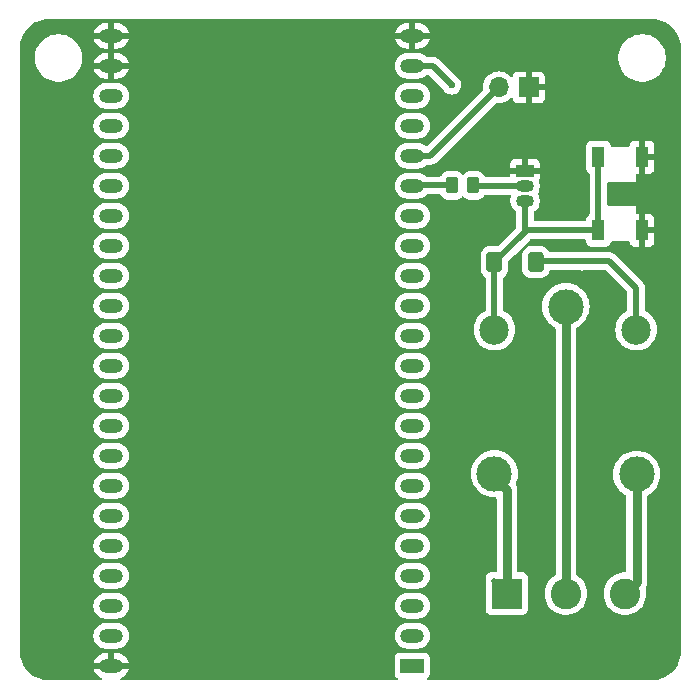
<source format=gbr>
%TF.GenerationSoftware,KiCad,Pcbnew,8.0.6*%
%TF.CreationDate,2024-11-20T16:48:10-08:00*%
%TF.ProjectId,Garage Door Opener,47617261-6765-4204-946f-6f72204f7065,rev?*%
%TF.SameCoordinates,Original*%
%TF.FileFunction,Copper,L1,Top*%
%TF.FilePolarity,Positive*%
%FSLAX46Y46*%
G04 Gerber Fmt 4.6, Leading zero omitted, Abs format (unit mm)*
G04 Created by KiCad (PCBNEW 8.0.6) date 2024-11-20 16:48:10*
%MOMM*%
%LPD*%
G01*
G04 APERTURE LIST*
G04 Aperture macros list*
%AMRoundRect*
0 Rectangle with rounded corners*
0 $1 Rounding radius*
0 $2 $3 $4 $5 $6 $7 $8 $9 X,Y pos of 4 corners*
0 Add a 4 corners polygon primitive as box body*
4,1,4,$2,$3,$4,$5,$6,$7,$8,$9,$2,$3,0*
0 Add four circle primitives for the rounded corners*
1,1,$1+$1,$2,$3*
1,1,$1+$1,$4,$5*
1,1,$1+$1,$6,$7*
1,1,$1+$1,$8,$9*
0 Add four rect primitives between the rounded corners*
20,1,$1+$1,$2,$3,$4,$5,0*
20,1,$1+$1,$4,$5,$6,$7,0*
20,1,$1+$1,$6,$7,$8,$9,0*
20,1,$1+$1,$8,$9,$2,$3,0*%
G04 Aperture macros list end*
%TA.AperFunction,ComponentPad*%
%ADD10C,2.500000*%
%TD*%
%TA.AperFunction,ComponentPad*%
%ADD11C,3.000000*%
%TD*%
%TA.AperFunction,ComponentPad*%
%ADD12O,2.000000X1.200000*%
%TD*%
%TA.AperFunction,ComponentPad*%
%ADD13R,2.000000X1.200000*%
%TD*%
%TA.AperFunction,ComponentPad*%
%ADD14R,1.700000X1.700000*%
%TD*%
%TA.AperFunction,ComponentPad*%
%ADD15O,1.700000X1.700000*%
%TD*%
%TA.AperFunction,ComponentPad*%
%ADD16R,2.600000X2.600000*%
%TD*%
%TA.AperFunction,ComponentPad*%
%ADD17C,2.600000*%
%TD*%
%TA.AperFunction,SMDPad,CuDef*%
%ADD18RoundRect,0.250000X-0.262500X-0.450000X0.262500X-0.450000X0.262500X0.450000X-0.262500X0.450000X0*%
%TD*%
%TA.AperFunction,SMDPad,CuDef*%
%ADD19RoundRect,0.250000X0.400000X0.600000X-0.400000X0.600000X-0.400000X-0.600000X0.400000X-0.600000X0*%
%TD*%
%TA.AperFunction,ComponentPad*%
%ADD20R,1.500000X1.050000*%
%TD*%
%TA.AperFunction,ComponentPad*%
%ADD21O,1.500000X1.050000*%
%TD*%
%TA.AperFunction,SMDPad,CuDef*%
%ADD22R,1.100000X1.800000*%
%TD*%
%TA.AperFunction,ViaPad*%
%ADD23C,0.600000*%
%TD*%
%TA.AperFunction,Conductor*%
%ADD24C,0.500000*%
%TD*%
%TA.AperFunction,Conductor*%
%ADD25C,0.750000*%
%TD*%
G04 APERTURE END LIST*
D10*
%TO.P,K1,1,VCC*%
%TO.N,+5V*%
X116700000Y-77800000D03*
%TO.P,K1,2,GND*%
%TO.N,Net-(D1-A)*%
X104700000Y-77800000D03*
D11*
%TO.P,K1,3,Common*%
%TO.N,/Common*%
X110750000Y-75850000D03*
%TO.P,K1,4,Normally_Closed*%
%TO.N,/Normally Closed*%
X116750000Y-90050000D03*
%TO.P,K1,5,Normally_Open*%
%TO.N,/Normally Open*%
X104700000Y-90000000D03*
%TD*%
D12*
%TO.P,U1,44,GND*%
%TO.N,GND*%
X72250000Y-106257280D03*
%TO.P,U1,43,GPIO43/U0TXD*%
%TO.N,unconnected-(U1-GPIO43{slash}U0TXD-Pad43)*%
X72250000Y-103717280D03*
%TO.P,U1,42,GPIO44/U0RXD*%
%TO.N,unconnected-(U1-GPIO44{slash}U0RXD-Pad42)*%
X72250000Y-101177280D03*
%TO.P,U1,41,GPIO1/ADC1_CH0*%
%TO.N,unconnected-(U1-GPIO1{slash}ADC1_CH0-Pad41)*%
X72250000Y-98637280D03*
%TO.P,U1,40,GPIO2/ADC1_CH1*%
%TO.N,unconnected-(U1-GPIO2{slash}ADC1_CH1-Pad40)*%
X72250000Y-96097280D03*
%TO.P,U1,39,GPIO42/MTMS*%
%TO.N,unconnected-(U1-GPIO42{slash}MTMS-Pad39)*%
X72250000Y-93557280D03*
%TO.P,U1,38,GPIO41/MTDI*%
%TO.N,unconnected-(U1-GPIO41{slash}MTDI-Pad38)*%
X72250000Y-91017280D03*
%TO.P,U1,37,GPIO40/MTDO*%
%TO.N,unconnected-(U1-GPIO40{slash}MTDO-Pad37)*%
X72250000Y-88477280D03*
%TO.P,U1,36,GPIO39/MTCK*%
%TO.N,unconnected-(U1-GPIO39{slash}MTCK-Pad36)*%
X72250000Y-85937280D03*
%TO.P,U1,35,GPIO38*%
%TO.N,unconnected-(U1-GPIO38-Pad35)*%
X72250000Y-83397280D03*
%TO.P,U1,34,GPIO37*%
%TO.N,unconnected-(U1-GPIO37-Pad34)*%
X72250000Y-80857280D03*
%TO.P,U1,33,GPIO36*%
%TO.N,unconnected-(U1-GPIO36-Pad33)*%
X72250000Y-78317280D03*
%TO.P,U1,32,GPIO35*%
%TO.N,unconnected-(U1-GPIO35-Pad32)*%
X72250000Y-75777280D03*
%TO.P,U1,31,GPIO0*%
%TO.N,unconnected-(U1-GPIO0-Pad31)*%
X72250000Y-73237280D03*
%TO.P,U1,30,GPIO45*%
%TO.N,unconnected-(U1-GPIO45-Pad30)*%
X72250000Y-70697280D03*
%TO.P,U1,29,GPIO48*%
%TO.N,unconnected-(U1-GPIO48-Pad29)*%
X72250000Y-68157280D03*
%TO.P,U1,28,GPIO47*%
%TO.N,unconnected-(U1-GPIO47-Pad28)*%
X72250000Y-65617280D03*
%TO.P,U1,27,GPIO21*%
%TO.N,unconnected-(U1-GPIO21-Pad27)*%
X72250000Y-63077280D03*
%TO.P,U1,26,GPIO20/USB_D+*%
%TO.N,unconnected-(U1-GPIO20{slash}USB_D+-Pad26)*%
X72250000Y-60537280D03*
%TO.P,U1,25,GPIO19/USB_D-*%
%TO.N,unconnected-(U1-GPIO19{slash}USB_D--Pad25)*%
X72250000Y-57997280D03*
%TO.P,U1,24,GND*%
%TO.N,GND*%
X72250000Y-55457280D03*
%TO.P,U1,23,GND*%
X72250000Y-52917280D03*
%TO.P,U1,22,GND*%
X97753680Y-52920000D03*
%TO.P,U1,21,5V*%
%TO.N,+5V*%
X97753680Y-55460000D03*
%TO.P,U1,20,GPIO14/ADC2_CH3*%
%TO.N,unconnected-(U1-GPIO14{slash}ADC2_CH3-Pad20)*%
X97753680Y-58000000D03*
%TO.P,U1,19,GPIO13/ADC2_CH2*%
%TO.N,unconnected-(U1-GPIO13{slash}ADC2_CH2-Pad19)*%
X97750000Y-60537280D03*
%TO.P,U1,18,GPIO12/ADC2_CH1*%
%TO.N,Net-(J3-Pin_2)*%
X97750000Y-63077280D03*
%TO.P,U1,17,GPIO11/ADC2_CH0*%
%TO.N,Net-(U1-GPIO11{slash}ADC2_CH0)*%
X97750000Y-65617280D03*
%TO.P,U1,16,GPIO10/ADC1_CH9*%
%TO.N,unconnected-(U1-GPIO10{slash}ADC1_CH9-Pad16)*%
X97750000Y-68157280D03*
%TO.P,U1,15,GPIO9/ADC1_CH8*%
%TO.N,unconnected-(U1-GPIO9{slash}ADC1_CH8-Pad15)*%
X97750000Y-70697280D03*
%TO.P,U1,14,GPIO46*%
%TO.N,unconnected-(U1-GPIO46-Pad14)*%
X97750000Y-73237280D03*
%TO.P,U1,13,GPIO3/ADC1_CH2*%
%TO.N,unconnected-(U1-GPIO3{slash}ADC1_CH2-Pad13)*%
X97750000Y-75777280D03*
%TO.P,U1,12,GPIO8/ADC1_CH7*%
%TO.N,unconnected-(U1-GPIO8{slash}ADC1_CH7-Pad12)*%
X97750000Y-78317280D03*
%TO.P,U1,11,GPIO18/ADC2_CH7*%
%TO.N,unconnected-(U1-GPIO18{slash}ADC2_CH7-Pad11)*%
X97750000Y-80857280D03*
%TO.P,U1,10,GPIO17/ADC2_CH6*%
%TO.N,unconnected-(U1-GPIO17{slash}ADC2_CH6-Pad10)*%
X97750000Y-83397280D03*
%TO.P,U1,9,GPIO16/ADC2_CH5/32K_N*%
%TO.N,unconnected-(U1-GPIO16{slash}ADC2_CH5{slash}32K_N-Pad9)*%
X97750000Y-85937280D03*
%TO.P,U1,8,GPIO15/ADC2_CH4/32K_P*%
%TO.N,unconnected-(U1-GPIO15{slash}ADC2_CH4{slash}32K_P-Pad8)*%
X97750000Y-88477280D03*
%TO.P,U1,7,GPIO7/ADC1_CH6*%
%TO.N,unconnected-(U1-GPIO7{slash}ADC1_CH6-Pad7)*%
X97750000Y-91017280D03*
%TO.P,U1,6,GPIO6/ADC1_CH5*%
%TO.N,unconnected-(U1-GPIO6{slash}ADC1_CH5-Pad6)*%
X97750000Y-93557280D03*
%TO.P,U1,5,GPIO5/ADC1_CH4*%
%TO.N,unconnected-(U1-GPIO5{slash}ADC1_CH4-Pad5)*%
X97750000Y-96097280D03*
%TO.P,U1,4,GPIO4/ADC1_CH3*%
%TO.N,unconnected-(U1-GPIO4{slash}ADC1_CH3-Pad4)*%
X97750000Y-98637280D03*
%TO.P,U1,3,CHIP_PU*%
%TO.N,unconnected-(U1-CHIP_PU-Pad3)*%
X97750000Y-101177280D03*
%TO.P,U1,2,3V3*%
%TO.N,unconnected-(U1-3V3-Pad1)_1*%
X97750000Y-103717280D03*
D13*
%TO.P,U1,1,3V3*%
%TO.N,unconnected-(U1-3V3-Pad1)*%
X97750000Y-106257280D03*
%TD*%
D14*
%TO.P,J3,1,Pin_1*%
%TO.N,GND*%
X107600000Y-57300000D03*
D15*
%TO.P,J3,2,Pin_2*%
%TO.N,Net-(J3-Pin_2)*%
X105060000Y-57300000D03*
%TD*%
D16*
%TO.P,J1,1,Pin_1*%
%TO.N,/Normally Open*%
X105750000Y-100155000D03*
D17*
%TO.P,J1,2,Pin_2*%
%TO.N,/Common*%
X110750000Y-100155000D03*
%TO.P,J1,3,Pin_3*%
%TO.N,/Normally Closed*%
X115750000Y-100155000D03*
%TD*%
D18*
%TO.P,R1,1*%
%TO.N,Net-(U1-GPIO11{slash}ADC2_CH0)*%
X101100000Y-65600000D03*
%TO.P,R1,2*%
%TO.N,Net-(Q1-B)*%
X102925000Y-65600000D03*
%TD*%
D19*
%TO.P,D1,1,K*%
%TO.N,+5V*%
X108200000Y-72100000D03*
%TO.P,D1,2,A*%
%TO.N,Net-(D1-A)*%
X104700000Y-72100000D03*
%TD*%
D20*
%TO.P,Q1,1,E*%
%TO.N,GND*%
X107300000Y-64360000D03*
D21*
%TO.P,Q1,2,B*%
%TO.N,Net-(Q1-B)*%
X107300000Y-65630000D03*
%TO.P,Q1,3,C*%
%TO.N,Net-(D1-A)*%
X107300000Y-66900000D03*
%TD*%
D22*
%TO.P,SW1,1,1*%
%TO.N,Net-(D1-A)*%
X113500000Y-69400000D03*
X113500000Y-63200000D03*
%TO.P,SW1,2,2*%
%TO.N,GND*%
X117200000Y-69400000D03*
X117200000Y-63200000D03*
%TD*%
D23*
%TO.N,+5V*%
X112100000Y-72000000D03*
X101100000Y-57100000D03*
%TD*%
D24*
%TO.N,+5V*%
X97753680Y-55460000D02*
X99460000Y-55460000D01*
X114400000Y-72000000D02*
X116700000Y-74300000D01*
X112100000Y-72000000D02*
X108300000Y-72000000D01*
X108300000Y-72000000D02*
X108200000Y-72100000D01*
X99460000Y-55460000D02*
X101100000Y-57100000D01*
X116700000Y-74300000D02*
X116700000Y-77800000D01*
X112100000Y-72000000D02*
X114400000Y-72000000D01*
D25*
%TO.N,/Common*%
X110750000Y-75850000D02*
X110750000Y-100155000D01*
%TO.N,/Normally Closed*%
X116750000Y-90050000D02*
X116750000Y-99155000D01*
X116750000Y-99155000D02*
X115750000Y-100155000D01*
%TO.N,/Normally Open*%
X104700000Y-90000000D02*
X104700000Y-90300000D01*
X104700000Y-90300000D02*
X105750000Y-91350000D01*
X105750000Y-91350000D02*
X105750000Y-100155000D01*
D24*
X104700000Y-99105000D02*
X105750000Y-100155000D01*
%TO.N,Net-(D1-A)*%
X107400000Y-69400000D02*
X107300000Y-69500000D01*
X113500000Y-69400000D02*
X107400000Y-69400000D01*
X104700000Y-72100000D02*
X104700000Y-77800000D01*
X113500000Y-63200000D02*
X113500000Y-69400000D01*
X107300000Y-66900000D02*
X107300000Y-69500000D01*
X107300000Y-69500000D02*
X104700000Y-72100000D01*
%TO.N,Net-(J3-Pin_2)*%
X99282720Y-63077280D02*
X105060000Y-57300000D01*
X97750000Y-63077280D02*
X99282720Y-63077280D01*
%TO.N,Net-(Q1-B)*%
X102955000Y-65630000D02*
X102925000Y-65600000D01*
X107300000Y-65630000D02*
X102955000Y-65630000D01*
%TO.N,Net-(U1-GPIO11{slash}ADC2_CH0)*%
X101100000Y-65600000D02*
X97767280Y-65600000D01*
X97767280Y-65600000D02*
X97750000Y-65617280D01*
%TO.N,unconnected-(U1-GPIO6{slash}ADC1_CH5-Pad6)*%
X97750000Y-93557280D02*
X98532720Y-93557280D01*
%TD*%
%TA.AperFunction,Conductor*%
%TO.N,GND*%
G36*
X118003736Y-51500726D02*
G01*
X118293796Y-51518271D01*
X118308659Y-51520076D01*
X118590798Y-51571780D01*
X118605335Y-51575363D01*
X118879172Y-51660695D01*
X118893163Y-51666000D01*
X119154743Y-51783727D01*
X119167989Y-51790680D01*
X119413465Y-51939075D01*
X119425776Y-51947573D01*
X119651573Y-52124473D01*
X119662781Y-52134403D01*
X119865596Y-52337218D01*
X119875526Y-52348426D01*
X119995481Y-52501538D01*
X120052422Y-52574217D01*
X120060926Y-52586537D01*
X120167533Y-52762886D01*
X120209316Y-52832004D01*
X120216275Y-52845263D01*
X120333997Y-53106831D01*
X120339306Y-53120832D01*
X120424635Y-53394663D01*
X120428219Y-53409201D01*
X120479923Y-53691340D01*
X120481728Y-53706205D01*
X120499274Y-53996263D01*
X120499500Y-54003750D01*
X120499500Y-104996249D01*
X120499274Y-105003736D01*
X120481728Y-105293794D01*
X120479923Y-105308659D01*
X120428219Y-105590798D01*
X120424635Y-105605336D01*
X120339306Y-105879167D01*
X120333997Y-105893168D01*
X120216275Y-106154736D01*
X120209316Y-106167995D01*
X120060928Y-106413459D01*
X120052422Y-106425782D01*
X119875526Y-106651573D01*
X119865596Y-106662781D01*
X119662781Y-106865596D01*
X119651573Y-106875526D01*
X119425782Y-107052422D01*
X119413459Y-107060928D01*
X119167995Y-107209316D01*
X119154736Y-107216275D01*
X118893168Y-107333997D01*
X118879167Y-107339306D01*
X118605336Y-107424635D01*
X118590798Y-107428219D01*
X118308659Y-107479923D01*
X118293794Y-107481728D01*
X118003736Y-107499274D01*
X117996249Y-107499500D01*
X99099828Y-107499500D01*
X99032789Y-107479815D01*
X98987034Y-107427011D01*
X98977090Y-107357853D01*
X99006115Y-107294297D01*
X99025516Y-107276234D01*
X99041620Y-107264177D01*
X99107546Y-107214826D01*
X99193796Y-107099611D01*
X99244091Y-106964763D01*
X99250500Y-106905153D01*
X99250499Y-105609408D01*
X99244091Y-105549797D01*
X99240689Y-105540677D01*
X99193797Y-105414951D01*
X99193793Y-105414944D01*
X99107547Y-105299735D01*
X99107544Y-105299732D01*
X98992335Y-105213486D01*
X98992328Y-105213482D01*
X98857482Y-105163188D01*
X98857483Y-105163188D01*
X98797883Y-105156781D01*
X98797881Y-105156780D01*
X98797873Y-105156780D01*
X98797864Y-105156780D01*
X96702129Y-105156780D01*
X96702123Y-105156781D01*
X96642516Y-105163188D01*
X96507671Y-105213482D01*
X96507664Y-105213486D01*
X96392455Y-105299732D01*
X96392452Y-105299735D01*
X96306206Y-105414944D01*
X96306202Y-105414951D01*
X96255908Y-105549797D01*
X96249501Y-105609396D01*
X96249501Y-105609403D01*
X96249500Y-105609415D01*
X96249500Y-106905150D01*
X96249501Y-106905156D01*
X96255908Y-106964763D01*
X96306202Y-107099608D01*
X96306206Y-107099615D01*
X96392452Y-107214824D01*
X96392453Y-107214824D01*
X96392454Y-107214826D01*
X96394390Y-107216275D01*
X96474484Y-107276234D01*
X96516354Y-107332168D01*
X96521338Y-107401860D01*
X96487852Y-107463182D01*
X96426529Y-107496667D01*
X96400172Y-107499500D01*
X73151462Y-107499500D01*
X73084423Y-107479815D01*
X73038668Y-107427011D01*
X73028724Y-107357853D01*
X73057749Y-107294297D01*
X73095167Y-107265015D01*
X73226524Y-107198084D01*
X73366602Y-107096312D01*
X73489032Y-106973882D01*
X73590804Y-106833804D01*
X73669408Y-106679535D01*
X73722914Y-106514864D01*
X73724115Y-106507280D01*
X72565686Y-106507280D01*
X72570080Y-106502886D01*
X72622741Y-106411674D01*
X72650000Y-106309941D01*
X72650000Y-106204619D01*
X72622741Y-106102886D01*
X72570080Y-106011674D01*
X72565686Y-106007280D01*
X73724115Y-106007280D01*
X73724115Y-106007279D01*
X73722914Y-105999695D01*
X73669408Y-105835024D01*
X73590804Y-105680755D01*
X73489032Y-105540677D01*
X73366602Y-105418247D01*
X73226524Y-105316475D01*
X73072257Y-105237871D01*
X72907584Y-105184365D01*
X72736571Y-105157280D01*
X72500000Y-105157280D01*
X72500000Y-105941594D01*
X72495606Y-105937200D01*
X72404394Y-105884539D01*
X72302661Y-105857280D01*
X72197339Y-105857280D01*
X72095606Y-105884539D01*
X72004394Y-105937200D01*
X72000000Y-105941594D01*
X72000000Y-105157280D01*
X71763429Y-105157280D01*
X71592415Y-105184365D01*
X71427742Y-105237871D01*
X71273475Y-105316475D01*
X71133397Y-105418247D01*
X71010967Y-105540677D01*
X70909195Y-105680755D01*
X70830591Y-105835024D01*
X70777085Y-105999695D01*
X70775884Y-106007279D01*
X70775885Y-106007280D01*
X71934314Y-106007280D01*
X71929920Y-106011674D01*
X71877259Y-106102886D01*
X71850000Y-106204619D01*
X71850000Y-106309941D01*
X71877259Y-106411674D01*
X71929920Y-106502886D01*
X71934314Y-106507280D01*
X70775885Y-106507280D01*
X70777085Y-106514864D01*
X70830591Y-106679535D01*
X70909195Y-106833804D01*
X71010967Y-106973882D01*
X71133397Y-107096312D01*
X71273475Y-107198084D01*
X71404833Y-107265015D01*
X71455629Y-107312990D01*
X71472424Y-107380811D01*
X71449886Y-107446946D01*
X71395171Y-107490397D01*
X71348538Y-107499500D01*
X67003751Y-107499500D01*
X66996264Y-107499274D01*
X66706205Y-107481728D01*
X66691340Y-107479923D01*
X66409201Y-107428219D01*
X66394663Y-107424635D01*
X66120832Y-107339306D01*
X66106831Y-107333997D01*
X65845263Y-107216275D01*
X65832004Y-107209316D01*
X65650525Y-107099608D01*
X65586537Y-107060926D01*
X65574217Y-107052422D01*
X65348426Y-106875526D01*
X65337218Y-106865596D01*
X65134403Y-106662781D01*
X65124473Y-106651573D01*
X65066331Y-106577360D01*
X64947573Y-106425776D01*
X64939075Y-106413465D01*
X64790680Y-106167989D01*
X64783727Y-106154743D01*
X64666000Y-105893163D01*
X64660693Y-105879167D01*
X64598865Y-105680755D01*
X64575363Y-105605335D01*
X64571780Y-105590798D01*
X64539554Y-105414949D01*
X64520075Y-105308657D01*
X64518271Y-105293794D01*
X64500726Y-105003736D01*
X64500500Y-104996249D01*
X64500500Y-103630669D01*
X70749500Y-103630669D01*
X70749500Y-103803891D01*
X70776598Y-103974981D01*
X70830127Y-104139725D01*
X70908768Y-104294068D01*
X71010586Y-104434208D01*
X71133072Y-104556694D01*
X71273212Y-104658512D01*
X71427555Y-104737153D01*
X71592299Y-104790682D01*
X71763389Y-104817780D01*
X71763390Y-104817780D01*
X72736610Y-104817780D01*
X72736611Y-104817780D01*
X72907701Y-104790682D01*
X73072445Y-104737153D01*
X73226788Y-104658512D01*
X73366928Y-104556694D01*
X73489414Y-104434208D01*
X73591232Y-104294068D01*
X73669873Y-104139725D01*
X73723402Y-103974981D01*
X73750500Y-103803891D01*
X73750500Y-103630669D01*
X96249500Y-103630669D01*
X96249500Y-103803891D01*
X96276598Y-103974981D01*
X96330127Y-104139725D01*
X96408768Y-104294068D01*
X96510586Y-104434208D01*
X96633072Y-104556694D01*
X96773212Y-104658512D01*
X96927555Y-104737153D01*
X97092299Y-104790682D01*
X97263389Y-104817780D01*
X97263390Y-104817780D01*
X98236610Y-104817780D01*
X98236611Y-104817780D01*
X98407701Y-104790682D01*
X98572445Y-104737153D01*
X98726788Y-104658512D01*
X98866928Y-104556694D01*
X98989414Y-104434208D01*
X99091232Y-104294068D01*
X99169873Y-104139725D01*
X99223402Y-103974981D01*
X99250500Y-103803891D01*
X99250500Y-103630669D01*
X99223402Y-103459579D01*
X99169873Y-103294835D01*
X99091232Y-103140492D01*
X98989414Y-103000352D01*
X98866928Y-102877866D01*
X98726788Y-102776048D01*
X98572445Y-102697407D01*
X98407701Y-102643878D01*
X98407699Y-102643877D01*
X98407698Y-102643877D01*
X98276271Y-102623061D01*
X98236611Y-102616780D01*
X97263389Y-102616780D01*
X97223728Y-102623061D01*
X97092302Y-102643877D01*
X96927552Y-102697408D01*
X96773211Y-102776048D01*
X96693256Y-102834139D01*
X96633072Y-102877866D01*
X96633070Y-102877868D01*
X96633069Y-102877868D01*
X96510588Y-103000349D01*
X96510588Y-103000350D01*
X96510586Y-103000352D01*
X96466859Y-103060536D01*
X96408768Y-103140491D01*
X96330128Y-103294832D01*
X96276597Y-103459582D01*
X96249500Y-103630669D01*
X73750500Y-103630669D01*
X73723402Y-103459579D01*
X73669873Y-103294835D01*
X73591232Y-103140492D01*
X73489414Y-103000352D01*
X73366928Y-102877866D01*
X73226788Y-102776048D01*
X73072445Y-102697407D01*
X72907701Y-102643878D01*
X72907699Y-102643877D01*
X72907698Y-102643877D01*
X72776271Y-102623061D01*
X72736611Y-102616780D01*
X71763389Y-102616780D01*
X71723728Y-102623061D01*
X71592302Y-102643877D01*
X71427552Y-102697408D01*
X71273211Y-102776048D01*
X71193256Y-102834139D01*
X71133072Y-102877866D01*
X71133070Y-102877868D01*
X71133069Y-102877868D01*
X71010588Y-103000349D01*
X71010588Y-103000350D01*
X71010586Y-103000352D01*
X70966859Y-103060536D01*
X70908768Y-103140491D01*
X70830128Y-103294832D01*
X70776597Y-103459582D01*
X70749500Y-103630669D01*
X64500500Y-103630669D01*
X64500500Y-101090669D01*
X70749500Y-101090669D01*
X70749500Y-101263891D01*
X70776598Y-101434981D01*
X70830127Y-101599725D01*
X70908768Y-101754068D01*
X71010586Y-101894208D01*
X71133072Y-102016694D01*
X71273212Y-102118512D01*
X71427555Y-102197153D01*
X71592299Y-102250682D01*
X71763389Y-102277780D01*
X71763390Y-102277780D01*
X72736610Y-102277780D01*
X72736611Y-102277780D01*
X72907701Y-102250682D01*
X73072445Y-102197153D01*
X73226788Y-102118512D01*
X73366928Y-102016694D01*
X73489414Y-101894208D01*
X73591232Y-101754068D01*
X73669873Y-101599725D01*
X73723402Y-101434981D01*
X73750500Y-101263891D01*
X73750500Y-101090669D01*
X96249500Y-101090669D01*
X96249500Y-101263891D01*
X96276598Y-101434981D01*
X96330127Y-101599725D01*
X96408768Y-101754068D01*
X96510586Y-101894208D01*
X96633072Y-102016694D01*
X96773212Y-102118512D01*
X96927555Y-102197153D01*
X97092299Y-102250682D01*
X97263389Y-102277780D01*
X97263390Y-102277780D01*
X98236610Y-102277780D01*
X98236611Y-102277780D01*
X98407701Y-102250682D01*
X98572445Y-102197153D01*
X98726788Y-102118512D01*
X98866928Y-102016694D01*
X98989414Y-101894208D01*
X99091232Y-101754068D01*
X99169873Y-101599725D01*
X99223402Y-101434981D01*
X99250500Y-101263891D01*
X99250500Y-101090669D01*
X99223402Y-100919579D01*
X99169873Y-100754835D01*
X99091232Y-100600492D01*
X98989414Y-100460352D01*
X98866928Y-100337866D01*
X98726788Y-100236048D01*
X98572445Y-100157407D01*
X98407701Y-100103878D01*
X98407699Y-100103877D01*
X98407698Y-100103877D01*
X98276271Y-100083061D01*
X98236611Y-100076780D01*
X97263389Y-100076780D01*
X97223728Y-100083061D01*
X97092302Y-100103877D01*
X96927552Y-100157408D01*
X96773211Y-100236048D01*
X96693256Y-100294139D01*
X96633072Y-100337866D01*
X96633070Y-100337868D01*
X96633069Y-100337868D01*
X96510588Y-100460349D01*
X96510588Y-100460350D01*
X96510586Y-100460352D01*
X96466859Y-100520536D01*
X96408768Y-100600491D01*
X96330128Y-100754832D01*
X96276597Y-100919582D01*
X96273617Y-100938398D01*
X96249500Y-101090669D01*
X73750500Y-101090669D01*
X73723402Y-100919579D01*
X73669873Y-100754835D01*
X73591232Y-100600492D01*
X73489414Y-100460352D01*
X73366928Y-100337866D01*
X73226788Y-100236048D01*
X73072445Y-100157407D01*
X72907701Y-100103878D01*
X72907699Y-100103877D01*
X72907698Y-100103877D01*
X72776271Y-100083061D01*
X72736611Y-100076780D01*
X71763389Y-100076780D01*
X71723728Y-100083061D01*
X71592302Y-100103877D01*
X71427552Y-100157408D01*
X71273211Y-100236048D01*
X71193256Y-100294139D01*
X71133072Y-100337866D01*
X71133070Y-100337868D01*
X71133069Y-100337868D01*
X71010588Y-100460349D01*
X71010588Y-100460350D01*
X71010586Y-100460352D01*
X70966859Y-100520536D01*
X70908768Y-100600491D01*
X70830128Y-100754832D01*
X70776597Y-100919582D01*
X70773617Y-100938398D01*
X70749500Y-101090669D01*
X64500500Y-101090669D01*
X64500500Y-98550669D01*
X70749500Y-98550669D01*
X70749500Y-98723890D01*
X70762684Y-98807135D01*
X70776598Y-98894981D01*
X70830127Y-99059725D01*
X70908768Y-99214068D01*
X71010586Y-99354208D01*
X71133072Y-99476694D01*
X71273212Y-99578512D01*
X71427555Y-99657153D01*
X71592299Y-99710682D01*
X71763389Y-99737780D01*
X71763390Y-99737780D01*
X72736610Y-99737780D01*
X72736611Y-99737780D01*
X72907701Y-99710682D01*
X73072445Y-99657153D01*
X73226788Y-99578512D01*
X73366928Y-99476694D01*
X73489414Y-99354208D01*
X73591232Y-99214068D01*
X73669873Y-99059725D01*
X73723402Y-98894981D01*
X73750500Y-98723891D01*
X73750500Y-98550669D01*
X96249500Y-98550669D01*
X96249500Y-98723890D01*
X96262684Y-98807135D01*
X96276598Y-98894981D01*
X96330127Y-99059725D01*
X96408768Y-99214068D01*
X96510586Y-99354208D01*
X96633072Y-99476694D01*
X96773212Y-99578512D01*
X96927555Y-99657153D01*
X97092299Y-99710682D01*
X97263389Y-99737780D01*
X97263390Y-99737780D01*
X98236610Y-99737780D01*
X98236611Y-99737780D01*
X98407701Y-99710682D01*
X98572445Y-99657153D01*
X98726788Y-99578512D01*
X98866928Y-99476694D01*
X98989414Y-99354208D01*
X99091232Y-99214068D01*
X99169873Y-99059725D01*
X99223402Y-98894981D01*
X99250500Y-98723891D01*
X99250500Y-98550669D01*
X99223402Y-98379579D01*
X99169873Y-98214835D01*
X99091232Y-98060492D01*
X98989414Y-97920352D01*
X98866928Y-97797866D01*
X98726788Y-97696048D01*
X98572445Y-97617407D01*
X98407701Y-97563878D01*
X98407699Y-97563877D01*
X98407698Y-97563877D01*
X98276271Y-97543061D01*
X98236611Y-97536780D01*
X97263389Y-97536780D01*
X97223728Y-97543061D01*
X97092302Y-97563877D01*
X96927552Y-97617408D01*
X96773211Y-97696048D01*
X96693256Y-97754139D01*
X96633072Y-97797866D01*
X96633070Y-97797868D01*
X96633069Y-97797868D01*
X96510588Y-97920349D01*
X96510588Y-97920350D01*
X96510586Y-97920352D01*
X96466859Y-97980536D01*
X96408768Y-98060491D01*
X96330128Y-98214832D01*
X96276597Y-98379582D01*
X96249500Y-98550669D01*
X73750500Y-98550669D01*
X73723402Y-98379579D01*
X73669873Y-98214835D01*
X73591232Y-98060492D01*
X73489414Y-97920352D01*
X73366928Y-97797866D01*
X73226788Y-97696048D01*
X73072445Y-97617407D01*
X72907701Y-97563878D01*
X72907699Y-97563877D01*
X72907698Y-97563877D01*
X72776271Y-97543061D01*
X72736611Y-97536780D01*
X71763389Y-97536780D01*
X71723728Y-97543061D01*
X71592302Y-97563877D01*
X71427552Y-97617408D01*
X71273211Y-97696048D01*
X71193256Y-97754139D01*
X71133072Y-97797866D01*
X71133070Y-97797868D01*
X71133069Y-97797868D01*
X71010588Y-97920349D01*
X71010588Y-97920350D01*
X71010586Y-97920352D01*
X70966859Y-97980536D01*
X70908768Y-98060491D01*
X70830128Y-98214832D01*
X70776597Y-98379582D01*
X70749500Y-98550669D01*
X64500500Y-98550669D01*
X64500500Y-96010669D01*
X70749500Y-96010669D01*
X70749500Y-96183891D01*
X70776598Y-96354981D01*
X70830127Y-96519725D01*
X70908768Y-96674068D01*
X71010586Y-96814208D01*
X71133072Y-96936694D01*
X71273212Y-97038512D01*
X71427555Y-97117153D01*
X71592299Y-97170682D01*
X71763389Y-97197780D01*
X71763390Y-97197780D01*
X72736610Y-97197780D01*
X72736611Y-97197780D01*
X72907701Y-97170682D01*
X73072445Y-97117153D01*
X73226788Y-97038512D01*
X73366928Y-96936694D01*
X73489414Y-96814208D01*
X73591232Y-96674068D01*
X73669873Y-96519725D01*
X73723402Y-96354981D01*
X73750500Y-96183891D01*
X73750500Y-96010669D01*
X96249500Y-96010669D01*
X96249500Y-96183891D01*
X96276598Y-96354981D01*
X96330127Y-96519725D01*
X96408768Y-96674068D01*
X96510586Y-96814208D01*
X96633072Y-96936694D01*
X96773212Y-97038512D01*
X96927555Y-97117153D01*
X97092299Y-97170682D01*
X97263389Y-97197780D01*
X97263390Y-97197780D01*
X98236610Y-97197780D01*
X98236611Y-97197780D01*
X98407701Y-97170682D01*
X98572445Y-97117153D01*
X98726788Y-97038512D01*
X98866928Y-96936694D01*
X98989414Y-96814208D01*
X99091232Y-96674068D01*
X99169873Y-96519725D01*
X99223402Y-96354981D01*
X99250500Y-96183891D01*
X99250500Y-96010669D01*
X99223402Y-95839579D01*
X99169873Y-95674835D01*
X99091232Y-95520492D01*
X98989414Y-95380352D01*
X98866928Y-95257866D01*
X98726788Y-95156048D01*
X98572445Y-95077407D01*
X98407701Y-95023878D01*
X98407699Y-95023877D01*
X98407698Y-95023877D01*
X98276271Y-95003061D01*
X98236611Y-94996780D01*
X97263389Y-94996780D01*
X97223728Y-95003061D01*
X97092302Y-95023877D01*
X96927552Y-95077408D01*
X96773211Y-95156048D01*
X96693256Y-95214139D01*
X96633072Y-95257866D01*
X96633070Y-95257868D01*
X96633069Y-95257868D01*
X96510588Y-95380349D01*
X96510588Y-95380350D01*
X96510586Y-95380352D01*
X96466859Y-95440536D01*
X96408768Y-95520491D01*
X96330128Y-95674832D01*
X96276597Y-95839582D01*
X96249500Y-96010669D01*
X73750500Y-96010669D01*
X73723402Y-95839579D01*
X73669873Y-95674835D01*
X73591232Y-95520492D01*
X73489414Y-95380352D01*
X73366928Y-95257866D01*
X73226788Y-95156048D01*
X73072445Y-95077407D01*
X72907701Y-95023878D01*
X72907699Y-95023877D01*
X72907698Y-95023877D01*
X72776271Y-95003061D01*
X72736611Y-94996780D01*
X71763389Y-94996780D01*
X71723728Y-95003061D01*
X71592302Y-95023877D01*
X71427552Y-95077408D01*
X71273211Y-95156048D01*
X71193256Y-95214139D01*
X71133072Y-95257866D01*
X71133070Y-95257868D01*
X71133069Y-95257868D01*
X71010588Y-95380349D01*
X71010588Y-95380350D01*
X71010586Y-95380352D01*
X70966859Y-95440536D01*
X70908768Y-95520491D01*
X70830128Y-95674832D01*
X70776597Y-95839582D01*
X70749500Y-96010669D01*
X64500500Y-96010669D01*
X64500500Y-93470669D01*
X70749500Y-93470669D01*
X70749500Y-93643890D01*
X70770454Y-93776193D01*
X70776598Y-93814981D01*
X70830127Y-93979725D01*
X70908768Y-94134068D01*
X71010586Y-94274208D01*
X71133072Y-94396694D01*
X71273212Y-94498512D01*
X71427555Y-94577153D01*
X71592299Y-94630682D01*
X71763389Y-94657780D01*
X71763390Y-94657780D01*
X72736610Y-94657780D01*
X72736611Y-94657780D01*
X72907701Y-94630682D01*
X73072445Y-94577153D01*
X73226788Y-94498512D01*
X73366928Y-94396694D01*
X73489414Y-94274208D01*
X73591232Y-94134068D01*
X73669873Y-93979725D01*
X73723402Y-93814981D01*
X73750500Y-93643891D01*
X73750500Y-93470669D01*
X96249500Y-93470669D01*
X96249500Y-93643890D01*
X96270454Y-93776193D01*
X96276598Y-93814981D01*
X96330127Y-93979725D01*
X96408768Y-94134068D01*
X96510586Y-94274208D01*
X96633072Y-94396694D01*
X96773212Y-94498512D01*
X96927555Y-94577153D01*
X97092299Y-94630682D01*
X97263389Y-94657780D01*
X97263390Y-94657780D01*
X98236610Y-94657780D01*
X98236611Y-94657780D01*
X98407701Y-94630682D01*
X98572445Y-94577153D01*
X98726788Y-94498512D01*
X98866928Y-94396694D01*
X98989414Y-94274208D01*
X99091232Y-94134068D01*
X99169873Y-93979725D01*
X99180478Y-93947082D01*
X99195309Y-93916508D01*
X99197804Y-93912775D01*
X99254378Y-93776193D01*
X99280695Y-93643891D01*
X99283220Y-93631200D01*
X99283220Y-93483359D01*
X99254379Y-93338372D01*
X99254378Y-93338371D01*
X99254378Y-93338367D01*
X99197804Y-93201785D01*
X99195306Y-93198046D01*
X99180480Y-93167478D01*
X99169873Y-93134834D01*
X99091231Y-92980491D01*
X98989414Y-92840352D01*
X98866928Y-92717866D01*
X98726788Y-92616048D01*
X98572445Y-92537407D01*
X98407701Y-92483878D01*
X98407699Y-92483877D01*
X98407698Y-92483877D01*
X98276271Y-92463061D01*
X98236611Y-92456780D01*
X97263389Y-92456780D01*
X97223728Y-92463061D01*
X97092302Y-92483877D01*
X96927552Y-92537408D01*
X96773211Y-92616048D01*
X96693256Y-92674139D01*
X96633072Y-92717866D01*
X96633070Y-92717868D01*
X96633069Y-92717868D01*
X96510588Y-92840349D01*
X96510588Y-92840350D01*
X96510586Y-92840352D01*
X96466859Y-92900536D01*
X96408768Y-92980491D01*
X96330128Y-93134832D01*
X96276597Y-93299582D01*
X96249500Y-93470669D01*
X73750500Y-93470669D01*
X73723402Y-93299579D01*
X73669873Y-93134835D01*
X73591232Y-92980492D01*
X73489414Y-92840352D01*
X73366928Y-92717866D01*
X73226788Y-92616048D01*
X73072445Y-92537407D01*
X72907701Y-92483878D01*
X72907699Y-92483877D01*
X72907698Y-92483877D01*
X72776271Y-92463061D01*
X72736611Y-92456780D01*
X71763389Y-92456780D01*
X71723728Y-92463061D01*
X71592302Y-92483877D01*
X71427552Y-92537408D01*
X71273211Y-92616048D01*
X71193256Y-92674139D01*
X71133072Y-92717866D01*
X71133070Y-92717868D01*
X71133069Y-92717868D01*
X71010588Y-92840349D01*
X71010588Y-92840350D01*
X71010586Y-92840352D01*
X70966859Y-92900536D01*
X70908768Y-92980491D01*
X70830128Y-93134832D01*
X70776597Y-93299582D01*
X70749500Y-93470669D01*
X64500500Y-93470669D01*
X64500500Y-90930669D01*
X70749500Y-90930669D01*
X70749500Y-91103890D01*
X70774822Y-91263771D01*
X70776598Y-91274981D01*
X70830127Y-91439725D01*
X70908768Y-91594068D01*
X71010586Y-91734208D01*
X71133072Y-91856694D01*
X71273212Y-91958512D01*
X71427555Y-92037153D01*
X71592299Y-92090682D01*
X71763389Y-92117780D01*
X71763390Y-92117780D01*
X72736610Y-92117780D01*
X72736611Y-92117780D01*
X72907701Y-92090682D01*
X73072445Y-92037153D01*
X73226788Y-91958512D01*
X73366928Y-91856694D01*
X73489414Y-91734208D01*
X73591232Y-91594068D01*
X73669873Y-91439725D01*
X73723402Y-91274981D01*
X73750500Y-91103891D01*
X73750500Y-90930669D01*
X96249500Y-90930669D01*
X96249500Y-91103890D01*
X96274822Y-91263771D01*
X96276598Y-91274981D01*
X96330127Y-91439725D01*
X96408768Y-91594068D01*
X96510586Y-91734208D01*
X96633072Y-91856694D01*
X96773212Y-91958512D01*
X96927555Y-92037153D01*
X97092299Y-92090682D01*
X97263389Y-92117780D01*
X97263390Y-92117780D01*
X98236610Y-92117780D01*
X98236611Y-92117780D01*
X98407701Y-92090682D01*
X98572445Y-92037153D01*
X98726788Y-91958512D01*
X98866928Y-91856694D01*
X98989414Y-91734208D01*
X99091232Y-91594068D01*
X99169873Y-91439725D01*
X99223402Y-91274981D01*
X99250500Y-91103891D01*
X99250500Y-90930669D01*
X99223402Y-90759579D01*
X99169873Y-90594835D01*
X99091232Y-90440492D01*
X98989414Y-90300352D01*
X98866928Y-90177866D01*
X98726788Y-90076048D01*
X98577530Y-89999998D01*
X102694390Y-89999998D01*
X102694390Y-90000001D01*
X102714804Y-90285433D01*
X102775628Y-90565037D01*
X102775629Y-90565039D01*
X102775631Y-90565046D01*
X102875633Y-90833161D01*
X102875635Y-90833166D01*
X103012770Y-91084309D01*
X103012775Y-91084317D01*
X103184254Y-91313387D01*
X103184270Y-91313405D01*
X103386594Y-91515729D01*
X103386612Y-91515745D01*
X103615682Y-91687224D01*
X103615690Y-91687229D01*
X103866833Y-91824364D01*
X103866832Y-91824364D01*
X103866836Y-91824365D01*
X103866839Y-91824367D01*
X104134954Y-91924369D01*
X104134960Y-91924370D01*
X104134962Y-91924371D01*
X104414566Y-91985195D01*
X104414568Y-91985195D01*
X104414572Y-91985196D01*
X104700000Y-92005610D01*
X104741654Y-92002630D01*
X104809925Y-92017481D01*
X104859331Y-92066885D01*
X104874500Y-92126314D01*
X104874500Y-98230500D01*
X104854815Y-98297539D01*
X104802011Y-98343294D01*
X104750500Y-98354500D01*
X104402130Y-98354500D01*
X104402123Y-98354501D01*
X104342516Y-98360908D01*
X104207671Y-98411202D01*
X104207664Y-98411206D01*
X104092455Y-98497452D01*
X104092452Y-98497455D01*
X104006206Y-98612664D01*
X104006202Y-98612671D01*
X103955908Y-98747517D01*
X103949501Y-98807116D01*
X103949501Y-98807123D01*
X103949500Y-98807135D01*
X103949500Y-101502870D01*
X103949501Y-101502876D01*
X103955908Y-101562483D01*
X104006202Y-101697328D01*
X104006206Y-101697335D01*
X104092452Y-101812544D01*
X104092455Y-101812547D01*
X104207664Y-101898793D01*
X104207671Y-101898797D01*
X104342517Y-101949091D01*
X104342516Y-101949091D01*
X104349444Y-101949835D01*
X104402127Y-101955500D01*
X107097872Y-101955499D01*
X107157483Y-101949091D01*
X107292331Y-101898796D01*
X107407546Y-101812546D01*
X107493796Y-101697331D01*
X107544091Y-101562483D01*
X107550500Y-101502873D01*
X107550499Y-98807128D01*
X107544091Y-98747517D01*
X107542542Y-98743365D01*
X107493797Y-98612671D01*
X107493793Y-98612664D01*
X107407547Y-98497455D01*
X107407544Y-98497452D01*
X107292335Y-98411206D01*
X107292328Y-98411202D01*
X107157482Y-98360908D01*
X107157483Y-98360908D01*
X107097883Y-98354501D01*
X107097881Y-98354500D01*
X107097873Y-98354500D01*
X107097865Y-98354500D01*
X106749500Y-98354500D01*
X106682461Y-98334815D01*
X106636706Y-98282011D01*
X106625500Y-98230500D01*
X106625500Y-91263768D01*
X106625499Y-91263766D01*
X106599750Y-91134317D01*
X106591855Y-91094626D01*
X106525858Y-90935295D01*
X106525857Y-90935294D01*
X106523620Y-90929892D01*
X106516151Y-90860422D01*
X106523331Y-90837503D01*
X106522819Y-90837312D01*
X106536330Y-90801086D01*
X106624369Y-90565046D01*
X106676458Y-90325594D01*
X106685195Y-90285433D01*
X106685195Y-90285432D01*
X106685196Y-90285428D01*
X106705610Y-90000000D01*
X106685196Y-89714572D01*
X106624369Y-89434954D01*
X106524367Y-89166839D01*
X106387226Y-88915685D01*
X106253169Y-88736605D01*
X106215745Y-88686612D01*
X106215729Y-88686594D01*
X106013405Y-88484270D01*
X106013387Y-88484254D01*
X105784317Y-88312775D01*
X105784309Y-88312770D01*
X105533166Y-88175635D01*
X105533167Y-88175635D01*
X105399093Y-88125628D01*
X105265046Y-88075631D01*
X105265043Y-88075630D01*
X105265037Y-88075628D01*
X104985433Y-88014804D01*
X104700001Y-87994390D01*
X104699999Y-87994390D01*
X104414566Y-88014804D01*
X104134962Y-88075628D01*
X103866833Y-88175635D01*
X103615690Y-88312770D01*
X103615682Y-88312775D01*
X103386612Y-88484254D01*
X103386594Y-88484270D01*
X103184270Y-88686594D01*
X103184254Y-88686612D01*
X103012775Y-88915682D01*
X103012770Y-88915690D01*
X102875635Y-89166833D01*
X102775628Y-89434962D01*
X102714804Y-89714566D01*
X102694390Y-89999998D01*
X98577530Y-89999998D01*
X98572445Y-89997407D01*
X98407701Y-89943878D01*
X98407699Y-89943877D01*
X98407698Y-89943877D01*
X98276271Y-89923061D01*
X98236611Y-89916780D01*
X97263389Y-89916780D01*
X97223728Y-89923061D01*
X97092302Y-89943877D01*
X96927552Y-89997408D01*
X96773211Y-90076048D01*
X96693256Y-90134139D01*
X96633072Y-90177866D01*
X96633070Y-90177868D01*
X96633069Y-90177868D01*
X96510588Y-90300349D01*
X96510588Y-90300350D01*
X96510586Y-90300352D01*
X96485102Y-90335428D01*
X96408768Y-90440491D01*
X96330128Y-90594832D01*
X96276597Y-90759582D01*
X96249500Y-90930669D01*
X73750500Y-90930669D01*
X73723402Y-90759579D01*
X73669873Y-90594835D01*
X73591232Y-90440492D01*
X73489414Y-90300352D01*
X73366928Y-90177866D01*
X73226788Y-90076048D01*
X73072445Y-89997407D01*
X72907701Y-89943878D01*
X72907699Y-89943877D01*
X72907698Y-89943877D01*
X72776271Y-89923061D01*
X72736611Y-89916780D01*
X71763389Y-89916780D01*
X71723728Y-89923061D01*
X71592302Y-89943877D01*
X71427552Y-89997408D01*
X71273211Y-90076048D01*
X71193256Y-90134139D01*
X71133072Y-90177866D01*
X71133070Y-90177868D01*
X71133069Y-90177868D01*
X71010588Y-90300349D01*
X71010588Y-90300350D01*
X71010586Y-90300352D01*
X70985102Y-90335428D01*
X70908768Y-90440491D01*
X70830128Y-90594832D01*
X70776597Y-90759582D01*
X70749500Y-90930669D01*
X64500500Y-90930669D01*
X64500500Y-88390669D01*
X70749500Y-88390669D01*
X70749500Y-88563890D01*
X70776597Y-88734977D01*
X70830128Y-88899727D01*
X70863733Y-88965682D01*
X70908768Y-89054068D01*
X71010586Y-89194208D01*
X71133072Y-89316694D01*
X71273212Y-89418512D01*
X71427555Y-89497153D01*
X71592299Y-89550682D01*
X71763389Y-89577780D01*
X71763390Y-89577780D01*
X72736610Y-89577780D01*
X72736611Y-89577780D01*
X72907701Y-89550682D01*
X73072445Y-89497153D01*
X73226788Y-89418512D01*
X73366928Y-89316694D01*
X73489414Y-89194208D01*
X73591232Y-89054068D01*
X73669873Y-88899725D01*
X73723402Y-88734981D01*
X73750500Y-88563891D01*
X73750500Y-88390669D01*
X96249500Y-88390669D01*
X96249500Y-88563890D01*
X96276597Y-88734977D01*
X96330128Y-88899727D01*
X96363733Y-88965682D01*
X96408768Y-89054068D01*
X96510586Y-89194208D01*
X96633072Y-89316694D01*
X96773212Y-89418512D01*
X96927555Y-89497153D01*
X97092299Y-89550682D01*
X97263389Y-89577780D01*
X97263390Y-89577780D01*
X98236610Y-89577780D01*
X98236611Y-89577780D01*
X98407701Y-89550682D01*
X98572445Y-89497153D01*
X98726788Y-89418512D01*
X98866928Y-89316694D01*
X98989414Y-89194208D01*
X99091232Y-89054068D01*
X99169873Y-88899725D01*
X99223402Y-88734981D01*
X99250500Y-88563891D01*
X99250500Y-88390669D01*
X99223402Y-88219579D01*
X99169873Y-88054835D01*
X99091232Y-87900492D01*
X98989414Y-87760352D01*
X98866928Y-87637866D01*
X98726788Y-87536048D01*
X98572445Y-87457407D01*
X98407701Y-87403878D01*
X98407699Y-87403877D01*
X98407698Y-87403877D01*
X98276271Y-87383061D01*
X98236611Y-87376780D01*
X97263389Y-87376780D01*
X97223728Y-87383061D01*
X97092302Y-87403877D01*
X96927552Y-87457408D01*
X96773211Y-87536048D01*
X96693256Y-87594139D01*
X96633072Y-87637866D01*
X96633070Y-87637868D01*
X96633069Y-87637868D01*
X96510588Y-87760349D01*
X96510588Y-87760350D01*
X96510586Y-87760352D01*
X96466859Y-87820536D01*
X96408768Y-87900491D01*
X96330128Y-88054832D01*
X96276597Y-88219582D01*
X96249500Y-88390669D01*
X73750500Y-88390669D01*
X73723402Y-88219579D01*
X73669873Y-88054835D01*
X73591232Y-87900492D01*
X73489414Y-87760352D01*
X73366928Y-87637866D01*
X73226788Y-87536048D01*
X73072445Y-87457407D01*
X72907701Y-87403878D01*
X72907699Y-87403877D01*
X72907698Y-87403877D01*
X72776271Y-87383061D01*
X72736611Y-87376780D01*
X71763389Y-87376780D01*
X71723728Y-87383061D01*
X71592302Y-87403877D01*
X71427552Y-87457408D01*
X71273211Y-87536048D01*
X71193256Y-87594139D01*
X71133072Y-87637866D01*
X71133070Y-87637868D01*
X71133069Y-87637868D01*
X71010588Y-87760349D01*
X71010588Y-87760350D01*
X71010586Y-87760352D01*
X70966859Y-87820536D01*
X70908768Y-87900491D01*
X70830128Y-88054832D01*
X70776597Y-88219582D01*
X70749500Y-88390669D01*
X64500500Y-88390669D01*
X64500500Y-85850669D01*
X70749500Y-85850669D01*
X70749500Y-86023891D01*
X70776598Y-86194981D01*
X70830127Y-86359725D01*
X70908768Y-86514068D01*
X71010586Y-86654208D01*
X71133072Y-86776694D01*
X71273212Y-86878512D01*
X71427555Y-86957153D01*
X71592299Y-87010682D01*
X71763389Y-87037780D01*
X71763390Y-87037780D01*
X72736610Y-87037780D01*
X72736611Y-87037780D01*
X72907701Y-87010682D01*
X73072445Y-86957153D01*
X73226788Y-86878512D01*
X73366928Y-86776694D01*
X73489414Y-86654208D01*
X73591232Y-86514068D01*
X73669873Y-86359725D01*
X73723402Y-86194981D01*
X73750500Y-86023891D01*
X73750500Y-85850669D01*
X96249500Y-85850669D01*
X96249500Y-86023891D01*
X96276598Y-86194981D01*
X96330127Y-86359725D01*
X96408768Y-86514068D01*
X96510586Y-86654208D01*
X96633072Y-86776694D01*
X96773212Y-86878512D01*
X96927555Y-86957153D01*
X97092299Y-87010682D01*
X97263389Y-87037780D01*
X97263390Y-87037780D01*
X98236610Y-87037780D01*
X98236611Y-87037780D01*
X98407701Y-87010682D01*
X98572445Y-86957153D01*
X98726788Y-86878512D01*
X98866928Y-86776694D01*
X98989414Y-86654208D01*
X99091232Y-86514068D01*
X99169873Y-86359725D01*
X99223402Y-86194981D01*
X99250500Y-86023891D01*
X99250500Y-85850669D01*
X99223402Y-85679579D01*
X99169873Y-85514835D01*
X99091232Y-85360492D01*
X98989414Y-85220352D01*
X98866928Y-85097866D01*
X98726788Y-84996048D01*
X98572445Y-84917407D01*
X98407701Y-84863878D01*
X98407699Y-84863877D01*
X98407698Y-84863877D01*
X98276271Y-84843061D01*
X98236611Y-84836780D01*
X97263389Y-84836780D01*
X97223728Y-84843061D01*
X97092302Y-84863877D01*
X96927552Y-84917408D01*
X96773211Y-84996048D01*
X96693256Y-85054139D01*
X96633072Y-85097866D01*
X96633070Y-85097868D01*
X96633069Y-85097868D01*
X96510588Y-85220349D01*
X96510588Y-85220350D01*
X96510586Y-85220352D01*
X96466859Y-85280536D01*
X96408768Y-85360491D01*
X96330128Y-85514832D01*
X96276597Y-85679582D01*
X96249500Y-85850669D01*
X73750500Y-85850669D01*
X73723402Y-85679579D01*
X73669873Y-85514835D01*
X73591232Y-85360492D01*
X73489414Y-85220352D01*
X73366928Y-85097866D01*
X73226788Y-84996048D01*
X73072445Y-84917407D01*
X72907701Y-84863878D01*
X72907699Y-84863877D01*
X72907698Y-84863877D01*
X72776271Y-84843061D01*
X72736611Y-84836780D01*
X71763389Y-84836780D01*
X71723728Y-84843061D01*
X71592302Y-84863877D01*
X71427552Y-84917408D01*
X71273211Y-84996048D01*
X71193256Y-85054139D01*
X71133072Y-85097866D01*
X71133070Y-85097868D01*
X71133069Y-85097868D01*
X71010588Y-85220349D01*
X71010588Y-85220350D01*
X71010586Y-85220352D01*
X70966859Y-85280536D01*
X70908768Y-85360491D01*
X70830128Y-85514832D01*
X70776597Y-85679582D01*
X70749500Y-85850669D01*
X64500500Y-85850669D01*
X64500500Y-83310669D01*
X70749500Y-83310669D01*
X70749500Y-83483891D01*
X70776598Y-83654981D01*
X70830127Y-83819725D01*
X70908768Y-83974068D01*
X71010586Y-84114208D01*
X71133072Y-84236694D01*
X71273212Y-84338512D01*
X71427555Y-84417153D01*
X71592299Y-84470682D01*
X71763389Y-84497780D01*
X71763390Y-84497780D01*
X72736610Y-84497780D01*
X72736611Y-84497780D01*
X72907701Y-84470682D01*
X73072445Y-84417153D01*
X73226788Y-84338512D01*
X73366928Y-84236694D01*
X73489414Y-84114208D01*
X73591232Y-83974068D01*
X73669873Y-83819725D01*
X73723402Y-83654981D01*
X73750500Y-83483891D01*
X73750500Y-83310669D01*
X96249500Y-83310669D01*
X96249500Y-83483891D01*
X96276598Y-83654981D01*
X96330127Y-83819725D01*
X96408768Y-83974068D01*
X96510586Y-84114208D01*
X96633072Y-84236694D01*
X96773212Y-84338512D01*
X96927555Y-84417153D01*
X97092299Y-84470682D01*
X97263389Y-84497780D01*
X97263390Y-84497780D01*
X98236610Y-84497780D01*
X98236611Y-84497780D01*
X98407701Y-84470682D01*
X98572445Y-84417153D01*
X98726788Y-84338512D01*
X98866928Y-84236694D01*
X98989414Y-84114208D01*
X99091232Y-83974068D01*
X99169873Y-83819725D01*
X99223402Y-83654981D01*
X99250500Y-83483891D01*
X99250500Y-83310669D01*
X99223402Y-83139579D01*
X99169873Y-82974835D01*
X99091232Y-82820492D01*
X98989414Y-82680352D01*
X98866928Y-82557866D01*
X98726788Y-82456048D01*
X98572445Y-82377407D01*
X98407701Y-82323878D01*
X98407699Y-82323877D01*
X98407698Y-82323877D01*
X98276271Y-82303061D01*
X98236611Y-82296780D01*
X97263389Y-82296780D01*
X97223728Y-82303061D01*
X97092302Y-82323877D01*
X96927552Y-82377408D01*
X96773211Y-82456048D01*
X96693256Y-82514139D01*
X96633072Y-82557866D01*
X96633070Y-82557868D01*
X96633069Y-82557868D01*
X96510588Y-82680349D01*
X96510588Y-82680350D01*
X96510586Y-82680352D01*
X96466859Y-82740536D01*
X96408768Y-82820491D01*
X96330128Y-82974832D01*
X96276597Y-83139582D01*
X96249500Y-83310669D01*
X73750500Y-83310669D01*
X73723402Y-83139579D01*
X73669873Y-82974835D01*
X73591232Y-82820492D01*
X73489414Y-82680352D01*
X73366928Y-82557866D01*
X73226788Y-82456048D01*
X73072445Y-82377407D01*
X72907701Y-82323878D01*
X72907699Y-82323877D01*
X72907698Y-82323877D01*
X72776271Y-82303061D01*
X72736611Y-82296780D01*
X71763389Y-82296780D01*
X71723728Y-82303061D01*
X71592302Y-82323877D01*
X71427552Y-82377408D01*
X71273211Y-82456048D01*
X71193256Y-82514139D01*
X71133072Y-82557866D01*
X71133070Y-82557868D01*
X71133069Y-82557868D01*
X71010588Y-82680349D01*
X71010588Y-82680350D01*
X71010586Y-82680352D01*
X70966859Y-82740536D01*
X70908768Y-82820491D01*
X70830128Y-82974832D01*
X70776597Y-83139582D01*
X70749500Y-83310669D01*
X64500500Y-83310669D01*
X64500500Y-80770669D01*
X70749500Y-80770669D01*
X70749500Y-80943891D01*
X70776598Y-81114981D01*
X70830127Y-81279725D01*
X70908768Y-81434068D01*
X71010586Y-81574208D01*
X71133072Y-81696694D01*
X71273212Y-81798512D01*
X71427555Y-81877153D01*
X71592299Y-81930682D01*
X71763389Y-81957780D01*
X71763390Y-81957780D01*
X72736610Y-81957780D01*
X72736611Y-81957780D01*
X72907701Y-81930682D01*
X73072445Y-81877153D01*
X73226788Y-81798512D01*
X73366928Y-81696694D01*
X73489414Y-81574208D01*
X73591232Y-81434068D01*
X73669873Y-81279725D01*
X73723402Y-81114981D01*
X73750500Y-80943891D01*
X73750500Y-80770669D01*
X96249500Y-80770669D01*
X96249500Y-80943891D01*
X96276598Y-81114981D01*
X96330127Y-81279725D01*
X96408768Y-81434068D01*
X96510586Y-81574208D01*
X96633072Y-81696694D01*
X96773212Y-81798512D01*
X96927555Y-81877153D01*
X97092299Y-81930682D01*
X97263389Y-81957780D01*
X97263390Y-81957780D01*
X98236610Y-81957780D01*
X98236611Y-81957780D01*
X98407701Y-81930682D01*
X98572445Y-81877153D01*
X98726788Y-81798512D01*
X98866928Y-81696694D01*
X98989414Y-81574208D01*
X99091232Y-81434068D01*
X99169873Y-81279725D01*
X99223402Y-81114981D01*
X99250500Y-80943891D01*
X99250500Y-80770669D01*
X99223402Y-80599579D01*
X99169873Y-80434835D01*
X99091232Y-80280492D01*
X98989414Y-80140352D01*
X98866928Y-80017866D01*
X98726788Y-79916048D01*
X98572445Y-79837407D01*
X98407701Y-79783878D01*
X98407699Y-79783877D01*
X98407698Y-79783877D01*
X98276271Y-79763061D01*
X98236611Y-79756780D01*
X97263389Y-79756780D01*
X97223728Y-79763061D01*
X97092302Y-79783877D01*
X96927552Y-79837408D01*
X96773211Y-79916048D01*
X96693256Y-79974139D01*
X96633072Y-80017866D01*
X96633070Y-80017868D01*
X96633069Y-80017868D01*
X96510588Y-80140349D01*
X96510588Y-80140350D01*
X96510586Y-80140352D01*
X96466859Y-80200536D01*
X96408768Y-80280491D01*
X96330128Y-80434832D01*
X96276597Y-80599582D01*
X96249500Y-80770669D01*
X73750500Y-80770669D01*
X73723402Y-80599579D01*
X73669873Y-80434835D01*
X73591232Y-80280492D01*
X73489414Y-80140352D01*
X73366928Y-80017866D01*
X73226788Y-79916048D01*
X73072445Y-79837407D01*
X72907701Y-79783878D01*
X72907699Y-79783877D01*
X72907698Y-79783877D01*
X72776271Y-79763061D01*
X72736611Y-79756780D01*
X71763389Y-79756780D01*
X71723728Y-79763061D01*
X71592302Y-79783877D01*
X71427552Y-79837408D01*
X71273211Y-79916048D01*
X71193256Y-79974139D01*
X71133072Y-80017866D01*
X71133070Y-80017868D01*
X71133069Y-80017868D01*
X71010588Y-80140349D01*
X71010588Y-80140350D01*
X71010586Y-80140352D01*
X70966859Y-80200536D01*
X70908768Y-80280491D01*
X70830128Y-80434832D01*
X70776597Y-80599582D01*
X70749500Y-80770669D01*
X64500500Y-80770669D01*
X64500500Y-78230669D01*
X70749500Y-78230669D01*
X70749500Y-78403891D01*
X70776598Y-78574981D01*
X70830127Y-78739725D01*
X70908768Y-78894068D01*
X71010586Y-79034208D01*
X71133072Y-79156694D01*
X71273212Y-79258512D01*
X71427555Y-79337153D01*
X71592299Y-79390682D01*
X71763389Y-79417780D01*
X71763390Y-79417780D01*
X72736610Y-79417780D01*
X72736611Y-79417780D01*
X72907701Y-79390682D01*
X73072445Y-79337153D01*
X73226788Y-79258512D01*
X73366928Y-79156694D01*
X73489414Y-79034208D01*
X73591232Y-78894068D01*
X73669873Y-78739725D01*
X73723402Y-78574981D01*
X73750500Y-78403891D01*
X73750500Y-78230669D01*
X96249500Y-78230669D01*
X96249500Y-78403891D01*
X96276598Y-78574981D01*
X96330127Y-78739725D01*
X96408768Y-78894068D01*
X96510586Y-79034208D01*
X96633072Y-79156694D01*
X96773212Y-79258512D01*
X96927555Y-79337153D01*
X97092299Y-79390682D01*
X97263389Y-79417780D01*
X97263390Y-79417780D01*
X98236610Y-79417780D01*
X98236611Y-79417780D01*
X98407701Y-79390682D01*
X98572445Y-79337153D01*
X98726788Y-79258512D01*
X98866928Y-79156694D01*
X98989414Y-79034208D01*
X99091232Y-78894068D01*
X99169873Y-78739725D01*
X99223402Y-78574981D01*
X99250500Y-78403891D01*
X99250500Y-78230669D01*
X99223402Y-78059579D01*
X99169873Y-77894835D01*
X99091232Y-77740492D01*
X98989414Y-77600352D01*
X98866928Y-77477866D01*
X98726788Y-77376048D01*
X98572445Y-77297407D01*
X98407701Y-77243878D01*
X98407699Y-77243877D01*
X98407698Y-77243877D01*
X98276271Y-77223061D01*
X98236611Y-77216780D01*
X97263389Y-77216780D01*
X97223728Y-77223061D01*
X97092302Y-77243877D01*
X96927552Y-77297408D01*
X96773211Y-77376048D01*
X96693256Y-77434139D01*
X96633072Y-77477866D01*
X96633070Y-77477868D01*
X96633069Y-77477868D01*
X96510588Y-77600349D01*
X96510588Y-77600350D01*
X96510586Y-77600352D01*
X96499226Y-77615988D01*
X96408768Y-77740491D01*
X96330128Y-77894832D01*
X96276597Y-78059582D01*
X96276273Y-78061630D01*
X96249500Y-78230669D01*
X73750500Y-78230669D01*
X73723402Y-78059579D01*
X73669873Y-77894835D01*
X73591232Y-77740492D01*
X73489414Y-77600352D01*
X73366928Y-77477866D01*
X73226788Y-77376048D01*
X73072445Y-77297407D01*
X72907701Y-77243878D01*
X72907699Y-77243877D01*
X72907698Y-77243877D01*
X72776271Y-77223061D01*
X72736611Y-77216780D01*
X71763389Y-77216780D01*
X71723728Y-77223061D01*
X71592302Y-77243877D01*
X71427552Y-77297408D01*
X71273211Y-77376048D01*
X71193256Y-77434139D01*
X71133072Y-77477866D01*
X71133070Y-77477868D01*
X71133069Y-77477868D01*
X71010588Y-77600349D01*
X71010588Y-77600350D01*
X71010586Y-77600352D01*
X70999226Y-77615988D01*
X70908768Y-77740491D01*
X70830128Y-77894832D01*
X70776597Y-78059582D01*
X70776273Y-78061630D01*
X70749500Y-78230669D01*
X64500500Y-78230669D01*
X64500500Y-75690669D01*
X70749500Y-75690669D01*
X70749500Y-75863891D01*
X70776598Y-76034981D01*
X70830127Y-76199725D01*
X70908768Y-76354068D01*
X71010586Y-76494208D01*
X71133072Y-76616694D01*
X71273212Y-76718512D01*
X71427555Y-76797153D01*
X71592299Y-76850682D01*
X71763389Y-76877780D01*
X71763390Y-76877780D01*
X72736610Y-76877780D01*
X72736611Y-76877780D01*
X72907701Y-76850682D01*
X73072445Y-76797153D01*
X73226788Y-76718512D01*
X73366928Y-76616694D01*
X73489414Y-76494208D01*
X73591232Y-76354068D01*
X73669873Y-76199725D01*
X73723402Y-76034981D01*
X73750500Y-75863891D01*
X73750500Y-75690669D01*
X96249500Y-75690669D01*
X96249500Y-75863891D01*
X96276598Y-76034981D01*
X96330127Y-76199725D01*
X96408768Y-76354068D01*
X96510586Y-76494208D01*
X96633072Y-76616694D01*
X96773212Y-76718512D01*
X96927555Y-76797153D01*
X97092299Y-76850682D01*
X97263389Y-76877780D01*
X97263390Y-76877780D01*
X98236610Y-76877780D01*
X98236611Y-76877780D01*
X98407701Y-76850682D01*
X98572445Y-76797153D01*
X98726788Y-76718512D01*
X98866928Y-76616694D01*
X98989414Y-76494208D01*
X99091232Y-76354068D01*
X99169873Y-76199725D01*
X99223402Y-76034981D01*
X99250500Y-75863891D01*
X99250500Y-75690669D01*
X99223402Y-75519579D01*
X99169873Y-75354835D01*
X99091232Y-75200492D01*
X98989414Y-75060352D01*
X98866928Y-74937866D01*
X98726788Y-74836048D01*
X98572445Y-74757407D01*
X98407701Y-74703878D01*
X98407699Y-74703877D01*
X98407698Y-74703877D01*
X98276271Y-74683061D01*
X98236611Y-74676780D01*
X97263389Y-74676780D01*
X97223728Y-74683061D01*
X97092302Y-74703877D01*
X96927552Y-74757408D01*
X96773211Y-74836048D01*
X96693256Y-74894139D01*
X96633072Y-74937866D01*
X96633070Y-74937868D01*
X96633069Y-74937868D01*
X96510588Y-75060349D01*
X96510588Y-75060350D01*
X96510586Y-75060352D01*
X96466859Y-75120536D01*
X96408768Y-75200491D01*
X96330128Y-75354832D01*
X96276597Y-75519582D01*
X96249500Y-75690669D01*
X73750500Y-75690669D01*
X73723402Y-75519579D01*
X73669873Y-75354835D01*
X73591232Y-75200492D01*
X73489414Y-75060352D01*
X73366928Y-74937866D01*
X73226788Y-74836048D01*
X73072445Y-74757407D01*
X72907701Y-74703878D01*
X72907699Y-74703877D01*
X72907698Y-74703877D01*
X72776271Y-74683061D01*
X72736611Y-74676780D01*
X71763389Y-74676780D01*
X71723728Y-74683061D01*
X71592302Y-74703877D01*
X71427552Y-74757408D01*
X71273211Y-74836048D01*
X71193256Y-74894139D01*
X71133072Y-74937866D01*
X71133070Y-74937868D01*
X71133069Y-74937868D01*
X71010588Y-75060349D01*
X71010588Y-75060350D01*
X71010586Y-75060352D01*
X70966859Y-75120536D01*
X70908768Y-75200491D01*
X70830128Y-75354832D01*
X70776597Y-75519582D01*
X70749500Y-75690669D01*
X64500500Y-75690669D01*
X64500500Y-73150669D01*
X70749500Y-73150669D01*
X70749500Y-73323891D01*
X70756448Y-73367758D01*
X70769552Y-73450498D01*
X70776598Y-73494981D01*
X70830127Y-73659725D01*
X70908768Y-73814068D01*
X71010586Y-73954208D01*
X71133072Y-74076694D01*
X71273212Y-74178512D01*
X71427555Y-74257153D01*
X71592299Y-74310682D01*
X71763389Y-74337780D01*
X71763390Y-74337780D01*
X72736610Y-74337780D01*
X72736611Y-74337780D01*
X72907701Y-74310682D01*
X73072445Y-74257153D01*
X73226788Y-74178512D01*
X73366928Y-74076694D01*
X73489414Y-73954208D01*
X73591232Y-73814068D01*
X73669873Y-73659725D01*
X73723402Y-73494981D01*
X73750500Y-73323891D01*
X73750500Y-73150669D01*
X96249500Y-73150669D01*
X96249500Y-73323891D01*
X96256448Y-73367758D01*
X96269552Y-73450498D01*
X96276598Y-73494981D01*
X96330127Y-73659725D01*
X96408768Y-73814068D01*
X96510586Y-73954208D01*
X96633072Y-74076694D01*
X96773212Y-74178512D01*
X96927555Y-74257153D01*
X97092299Y-74310682D01*
X97263389Y-74337780D01*
X97263390Y-74337780D01*
X98236610Y-74337780D01*
X98236611Y-74337780D01*
X98407701Y-74310682D01*
X98572445Y-74257153D01*
X98726788Y-74178512D01*
X98866928Y-74076694D01*
X98989414Y-73954208D01*
X99091232Y-73814068D01*
X99169873Y-73659725D01*
X99223402Y-73494981D01*
X99250500Y-73323891D01*
X99250500Y-73150669D01*
X99223402Y-72979579D01*
X99169873Y-72814835D01*
X99091232Y-72660492D01*
X98989414Y-72520352D01*
X98866928Y-72397866D01*
X98726788Y-72296048D01*
X98572445Y-72217407D01*
X98407701Y-72163878D01*
X98407699Y-72163877D01*
X98407698Y-72163877D01*
X98276271Y-72143061D01*
X98236611Y-72136780D01*
X97263389Y-72136780D01*
X97223728Y-72143061D01*
X97092302Y-72163877D01*
X96927552Y-72217408D01*
X96773211Y-72296048D01*
X96693256Y-72354139D01*
X96633072Y-72397866D01*
X96633070Y-72397868D01*
X96633069Y-72397868D01*
X96510588Y-72520349D01*
X96510588Y-72520350D01*
X96510586Y-72520352D01*
X96466859Y-72580536D01*
X96408768Y-72660491D01*
X96330128Y-72814832D01*
X96276597Y-72979582D01*
X96270301Y-73019334D01*
X96249500Y-73150669D01*
X73750500Y-73150669D01*
X73723402Y-72979579D01*
X73669873Y-72814835D01*
X73591232Y-72660492D01*
X73489414Y-72520352D01*
X73366928Y-72397866D01*
X73226788Y-72296048D01*
X73072445Y-72217407D01*
X72907701Y-72163878D01*
X72907699Y-72163877D01*
X72907698Y-72163877D01*
X72776271Y-72143061D01*
X72736611Y-72136780D01*
X71763389Y-72136780D01*
X71723728Y-72143061D01*
X71592302Y-72163877D01*
X71427552Y-72217408D01*
X71273211Y-72296048D01*
X71193256Y-72354139D01*
X71133072Y-72397866D01*
X71133070Y-72397868D01*
X71133069Y-72397868D01*
X71010588Y-72520349D01*
X71010588Y-72520350D01*
X71010586Y-72520352D01*
X70966859Y-72580536D01*
X70908768Y-72660491D01*
X70830128Y-72814832D01*
X70776597Y-72979582D01*
X70770301Y-73019334D01*
X70749500Y-73150669D01*
X64500500Y-73150669D01*
X64500500Y-70610669D01*
X70749500Y-70610669D01*
X70749500Y-70783891D01*
X70776598Y-70954981D01*
X70830127Y-71119725D01*
X70908768Y-71274068D01*
X71010586Y-71414208D01*
X71133072Y-71536694D01*
X71273212Y-71638512D01*
X71427555Y-71717153D01*
X71592299Y-71770682D01*
X71763389Y-71797780D01*
X71763390Y-71797780D01*
X72736610Y-71797780D01*
X72736611Y-71797780D01*
X72907701Y-71770682D01*
X73072445Y-71717153D01*
X73226788Y-71638512D01*
X73366928Y-71536694D01*
X73489414Y-71414208D01*
X73591232Y-71274068D01*
X73669873Y-71119725D01*
X73723402Y-70954981D01*
X73750500Y-70783891D01*
X73750500Y-70610669D01*
X96249500Y-70610669D01*
X96249500Y-70783891D01*
X96276598Y-70954981D01*
X96330127Y-71119725D01*
X96408768Y-71274068D01*
X96510586Y-71414208D01*
X96633072Y-71536694D01*
X96773212Y-71638512D01*
X96927555Y-71717153D01*
X97092299Y-71770682D01*
X97263389Y-71797780D01*
X97263390Y-71797780D01*
X98236610Y-71797780D01*
X98236611Y-71797780D01*
X98407701Y-71770682D01*
X98572445Y-71717153D01*
X98726788Y-71638512D01*
X98866928Y-71536694D01*
X98989414Y-71414208D01*
X99091232Y-71274068D01*
X99169873Y-71119725D01*
X99223402Y-70954981D01*
X99250500Y-70783891D01*
X99250500Y-70610669D01*
X99223402Y-70439579D01*
X99169873Y-70274835D01*
X99091232Y-70120492D01*
X98989414Y-69980352D01*
X98866928Y-69857866D01*
X98726788Y-69756048D01*
X98572445Y-69677407D01*
X98407701Y-69623878D01*
X98407699Y-69623877D01*
X98407698Y-69623877D01*
X98276271Y-69603061D01*
X98236611Y-69596780D01*
X97263389Y-69596780D01*
X97223728Y-69603061D01*
X97092302Y-69623877D01*
X96927552Y-69677408D01*
X96773211Y-69756048D01*
X96693256Y-69814139D01*
X96633072Y-69857866D01*
X96633070Y-69857868D01*
X96633069Y-69857868D01*
X96510588Y-69980349D01*
X96510588Y-69980350D01*
X96510586Y-69980352D01*
X96466859Y-70040536D01*
X96408768Y-70120491D01*
X96330128Y-70274832D01*
X96276597Y-70439582D01*
X96260323Y-70542335D01*
X96249500Y-70610669D01*
X73750500Y-70610669D01*
X73723402Y-70439579D01*
X73669873Y-70274835D01*
X73591232Y-70120492D01*
X73489414Y-69980352D01*
X73366928Y-69857866D01*
X73226788Y-69756048D01*
X73072445Y-69677407D01*
X72907701Y-69623878D01*
X72907699Y-69623877D01*
X72907698Y-69623877D01*
X72776271Y-69603061D01*
X72736611Y-69596780D01*
X71763389Y-69596780D01*
X71723728Y-69603061D01*
X71592302Y-69623877D01*
X71427552Y-69677408D01*
X71273211Y-69756048D01*
X71193256Y-69814139D01*
X71133072Y-69857866D01*
X71133070Y-69857868D01*
X71133069Y-69857868D01*
X71010588Y-69980349D01*
X71010588Y-69980350D01*
X71010586Y-69980352D01*
X70966859Y-70040536D01*
X70908768Y-70120491D01*
X70830128Y-70274832D01*
X70776597Y-70439582D01*
X70760323Y-70542335D01*
X70749500Y-70610669D01*
X64500500Y-70610669D01*
X64500500Y-68070669D01*
X70749500Y-68070669D01*
X70749500Y-68243891D01*
X70776598Y-68414981D01*
X70830127Y-68579725D01*
X70908768Y-68734068D01*
X71010586Y-68874208D01*
X71133072Y-68996694D01*
X71273212Y-69098512D01*
X71427555Y-69177153D01*
X71592299Y-69230682D01*
X71763389Y-69257780D01*
X71763390Y-69257780D01*
X72736610Y-69257780D01*
X72736611Y-69257780D01*
X72907701Y-69230682D01*
X73072445Y-69177153D01*
X73226788Y-69098512D01*
X73366928Y-68996694D01*
X73489414Y-68874208D01*
X73591232Y-68734068D01*
X73669873Y-68579725D01*
X73723402Y-68414981D01*
X73750500Y-68243891D01*
X73750500Y-68070669D01*
X96249500Y-68070669D01*
X96249500Y-68243891D01*
X96276598Y-68414981D01*
X96330127Y-68579725D01*
X96408768Y-68734068D01*
X96510586Y-68874208D01*
X96633072Y-68996694D01*
X96773212Y-69098512D01*
X96927555Y-69177153D01*
X97092299Y-69230682D01*
X97263389Y-69257780D01*
X97263390Y-69257780D01*
X98236610Y-69257780D01*
X98236611Y-69257780D01*
X98407701Y-69230682D01*
X98572445Y-69177153D01*
X98726788Y-69098512D01*
X98866928Y-68996694D01*
X98989414Y-68874208D01*
X99091232Y-68734068D01*
X99169873Y-68579725D01*
X99223402Y-68414981D01*
X99250500Y-68243891D01*
X99250500Y-68070669D01*
X99223402Y-67899579D01*
X99169873Y-67734835D01*
X99091232Y-67580492D01*
X98989414Y-67440352D01*
X98866928Y-67317866D01*
X98726788Y-67216048D01*
X98572445Y-67137407D01*
X98407701Y-67083878D01*
X98407699Y-67083877D01*
X98407698Y-67083877D01*
X98276271Y-67063061D01*
X98236611Y-67056780D01*
X97263389Y-67056780D01*
X97223728Y-67063061D01*
X97092302Y-67083877D01*
X96927552Y-67137408D01*
X96773211Y-67216048D01*
X96693256Y-67274139D01*
X96633072Y-67317866D01*
X96633070Y-67317868D01*
X96633069Y-67317868D01*
X96510588Y-67440349D01*
X96510588Y-67440350D01*
X96510586Y-67440352D01*
X96466859Y-67500536D01*
X96408768Y-67580491D01*
X96330128Y-67734832D01*
X96276597Y-67899582D01*
X96260693Y-68000000D01*
X96249500Y-68070669D01*
X73750500Y-68070669D01*
X73723402Y-67899579D01*
X73669873Y-67734835D01*
X73591232Y-67580492D01*
X73489414Y-67440352D01*
X73366928Y-67317866D01*
X73226788Y-67216048D01*
X73072445Y-67137407D01*
X72907701Y-67083878D01*
X72907699Y-67083877D01*
X72907698Y-67083877D01*
X72776271Y-67063061D01*
X72736611Y-67056780D01*
X71763389Y-67056780D01*
X71723728Y-67063061D01*
X71592302Y-67083877D01*
X71427552Y-67137408D01*
X71273211Y-67216048D01*
X71193256Y-67274139D01*
X71133072Y-67317866D01*
X71133070Y-67317868D01*
X71133069Y-67317868D01*
X71010588Y-67440349D01*
X71010588Y-67440350D01*
X71010586Y-67440352D01*
X70966859Y-67500536D01*
X70908768Y-67580491D01*
X70830128Y-67734832D01*
X70776597Y-67899582D01*
X70760693Y-68000000D01*
X70749500Y-68070669D01*
X64500500Y-68070669D01*
X64500500Y-65530669D01*
X70749500Y-65530669D01*
X70749500Y-65703891D01*
X70776598Y-65874981D01*
X70830127Y-66039725D01*
X70908768Y-66194068D01*
X71010586Y-66334208D01*
X71133072Y-66456694D01*
X71273212Y-66558512D01*
X71427555Y-66637153D01*
X71592299Y-66690682D01*
X71763389Y-66717780D01*
X71763390Y-66717780D01*
X72736610Y-66717780D01*
X72736611Y-66717780D01*
X72907701Y-66690682D01*
X73072445Y-66637153D01*
X73226788Y-66558512D01*
X73366928Y-66456694D01*
X73489414Y-66334208D01*
X73591232Y-66194068D01*
X73669873Y-66039725D01*
X73723402Y-65874981D01*
X73750500Y-65703891D01*
X73750500Y-65530669D01*
X96249500Y-65530669D01*
X96249500Y-65703891D01*
X96276598Y-65874981D01*
X96330127Y-66039725D01*
X96408768Y-66194068D01*
X96510586Y-66334208D01*
X96633072Y-66456694D01*
X96773212Y-66558512D01*
X96927555Y-66637153D01*
X97092299Y-66690682D01*
X97263389Y-66717780D01*
X97263390Y-66717780D01*
X98236610Y-66717780D01*
X98236611Y-66717780D01*
X98407701Y-66690682D01*
X98572445Y-66637153D01*
X98726788Y-66558512D01*
X98866928Y-66456694D01*
X98936803Y-66386819D01*
X98998126Y-66353334D01*
X99024484Y-66350500D01*
X100071862Y-66350500D01*
X100138901Y-66370185D01*
X100177399Y-66409401D01*
X100244788Y-66518656D01*
X100368844Y-66642712D01*
X100518166Y-66734814D01*
X100684703Y-66789999D01*
X100787491Y-66800500D01*
X101412508Y-66800499D01*
X101412516Y-66800498D01*
X101412519Y-66800498D01*
X101468802Y-66794748D01*
X101515297Y-66789999D01*
X101681834Y-66734814D01*
X101831156Y-66642712D01*
X101924819Y-66549049D01*
X101986142Y-66515564D01*
X102055834Y-66520548D01*
X102100181Y-66549049D01*
X102193844Y-66642712D01*
X102343166Y-66734814D01*
X102509703Y-66789999D01*
X102612491Y-66800500D01*
X103237508Y-66800499D01*
X103237516Y-66800498D01*
X103237519Y-66800498D01*
X103293802Y-66794748D01*
X103340297Y-66789999D01*
X103506834Y-66734814D01*
X103656156Y-66642712D01*
X103780212Y-66518656D01*
X103829096Y-66439402D01*
X103881043Y-66392679D01*
X103934634Y-66380500D01*
X105994612Y-66380500D01*
X106061651Y-66400185D01*
X106107406Y-66452989D01*
X106117350Y-66522147D01*
X106109174Y-66551947D01*
X106088909Y-66600873D01*
X106088908Y-66600876D01*
X106088907Y-66600880D01*
X106049500Y-66798992D01*
X106049500Y-67001007D01*
X106088907Y-67199119D01*
X106088909Y-67199127D01*
X106166212Y-67385752D01*
X106166217Y-67385762D01*
X106278441Y-67553718D01*
X106421279Y-67696556D01*
X106421282Y-67696558D01*
X106494391Y-67745408D01*
X106539195Y-67799018D01*
X106549500Y-67848509D01*
X106549500Y-69137770D01*
X106529815Y-69204809D01*
X106513181Y-69225451D01*
X105025450Y-70713181D01*
X104964127Y-70746666D01*
X104937769Y-70749500D01*
X104249998Y-70749500D01*
X104249980Y-70749501D01*
X104147203Y-70760000D01*
X104147200Y-70760001D01*
X103980668Y-70815185D01*
X103980663Y-70815187D01*
X103831342Y-70907289D01*
X103707289Y-71031342D01*
X103615187Y-71180663D01*
X103615185Y-71180668D01*
X103594682Y-71242542D01*
X103560001Y-71347203D01*
X103560001Y-71347204D01*
X103560000Y-71347204D01*
X103549500Y-71449983D01*
X103549500Y-72750001D01*
X103549501Y-72750018D01*
X103560000Y-72852796D01*
X103560001Y-72852799D01*
X103602012Y-72979579D01*
X103615186Y-73019334D01*
X103707288Y-73168656D01*
X103831344Y-73292712D01*
X103890596Y-73329258D01*
X103937321Y-73381204D01*
X103949500Y-73434797D01*
X103949500Y-76140599D01*
X103929815Y-76207638D01*
X103879302Y-76252319D01*
X103822300Y-76279769D01*
X103605520Y-76427567D01*
X103413198Y-76606014D01*
X103249614Y-76811143D01*
X103118432Y-77038356D01*
X103022582Y-77282578D01*
X103022576Y-77282597D01*
X102964197Y-77538374D01*
X102964196Y-77538379D01*
X102944592Y-77799995D01*
X102944592Y-77800004D01*
X102964196Y-78061620D01*
X102964197Y-78061625D01*
X103022576Y-78317402D01*
X103022578Y-78317411D01*
X103022580Y-78317416D01*
X103118432Y-78561643D01*
X103249614Y-78788857D01*
X103333517Y-78894068D01*
X103413198Y-78993985D01*
X103588555Y-79156691D01*
X103605521Y-79172433D01*
X103822296Y-79320228D01*
X103822301Y-79320230D01*
X103822302Y-79320231D01*
X103822303Y-79320232D01*
X103947843Y-79380688D01*
X104058673Y-79434061D01*
X104058674Y-79434061D01*
X104058677Y-79434063D01*
X104309385Y-79511396D01*
X104568818Y-79550500D01*
X104831182Y-79550500D01*
X105090615Y-79511396D01*
X105341323Y-79434063D01*
X105577704Y-79320228D01*
X105794479Y-79172433D01*
X105986805Y-78993981D01*
X106150386Y-78788857D01*
X106281568Y-78561643D01*
X106377420Y-78317416D01*
X106435802Y-78061630D01*
X106435803Y-78061620D01*
X106455408Y-77800004D01*
X106455408Y-77799995D01*
X106435803Y-77538379D01*
X106435802Y-77538374D01*
X106435802Y-77538370D01*
X106377420Y-77282584D01*
X106281568Y-77038357D01*
X106150386Y-76811143D01*
X105986805Y-76606019D01*
X105986804Y-76606018D01*
X105986801Y-76606014D01*
X105794479Y-76427567D01*
X105686676Y-76354068D01*
X105577704Y-76279772D01*
X105577701Y-76279771D01*
X105577699Y-76279769D01*
X105520698Y-76252319D01*
X105468838Y-76205496D01*
X105450500Y-76140599D01*
X105450500Y-75849998D01*
X108744390Y-75849998D01*
X108744390Y-75850001D01*
X108764804Y-76135433D01*
X108825628Y-76415037D01*
X108825630Y-76415043D01*
X108825631Y-76415046D01*
X108900841Y-76616691D01*
X108925635Y-76683166D01*
X109062770Y-76934309D01*
X109062775Y-76934317D01*
X109234254Y-77163387D01*
X109234270Y-77163405D01*
X109436594Y-77365729D01*
X109436612Y-77365745D01*
X109665682Y-77537224D01*
X109665689Y-77537229D01*
X109766125Y-77592070D01*
X109809927Y-77615988D01*
X109859332Y-77665393D01*
X109874500Y-77724820D01*
X109874500Y-98507218D01*
X109854815Y-98574257D01*
X109820353Y-98609670D01*
X109724164Y-98675250D01*
X109624258Y-98743365D01*
X109426442Y-98926910D01*
X109258185Y-99137898D01*
X109123258Y-99371599D01*
X109123256Y-99371603D01*
X109024666Y-99622804D01*
X109024664Y-99622811D01*
X108964616Y-99885898D01*
X108944451Y-100154995D01*
X108944451Y-100155004D01*
X108964616Y-100424101D01*
X109024664Y-100687188D01*
X109024666Y-100687195D01*
X109123257Y-100938398D01*
X109258185Y-101172102D01*
X109331384Y-101263890D01*
X109426442Y-101383089D01*
X109613183Y-101556358D01*
X109624259Y-101566635D01*
X109847226Y-101718651D01*
X110090359Y-101835738D01*
X110348228Y-101915280D01*
X110348229Y-101915280D01*
X110348232Y-101915281D01*
X110615063Y-101955499D01*
X110615068Y-101955499D01*
X110615071Y-101955500D01*
X110615072Y-101955500D01*
X110884928Y-101955500D01*
X110884929Y-101955500D01*
X110884936Y-101955499D01*
X111151767Y-101915281D01*
X111151768Y-101915280D01*
X111151772Y-101915280D01*
X111409641Y-101835738D01*
X111652775Y-101718651D01*
X111875741Y-101566635D01*
X112073561Y-101383085D01*
X112241815Y-101172102D01*
X112376743Y-100938398D01*
X112475334Y-100687195D01*
X112535383Y-100424103D01*
X112542105Y-100334402D01*
X112555549Y-100155004D01*
X112555549Y-100154995D01*
X113944451Y-100154995D01*
X113944451Y-100155004D01*
X113964616Y-100424101D01*
X114024664Y-100687188D01*
X114024666Y-100687195D01*
X114123257Y-100938398D01*
X114258185Y-101172102D01*
X114331384Y-101263890D01*
X114426442Y-101383089D01*
X114613183Y-101556358D01*
X114624259Y-101566635D01*
X114847226Y-101718651D01*
X115090359Y-101835738D01*
X115348228Y-101915280D01*
X115348229Y-101915280D01*
X115348232Y-101915281D01*
X115615063Y-101955499D01*
X115615068Y-101955499D01*
X115615071Y-101955500D01*
X115615072Y-101955500D01*
X115884928Y-101955500D01*
X115884929Y-101955500D01*
X115884936Y-101955499D01*
X116151767Y-101915281D01*
X116151768Y-101915280D01*
X116151772Y-101915280D01*
X116409641Y-101835738D01*
X116652775Y-101718651D01*
X116875741Y-101566635D01*
X117073561Y-101383085D01*
X117241815Y-101172102D01*
X117376743Y-100938398D01*
X117475334Y-100687195D01*
X117535383Y-100424103D01*
X117542105Y-100334402D01*
X117555549Y-100155004D01*
X117555549Y-100154995D01*
X117535383Y-99885899D01*
X117491049Y-99691659D01*
X117495322Y-99621920D01*
X117508840Y-99595173D01*
X117525858Y-99569705D01*
X117591855Y-99410374D01*
X117625500Y-99241229D01*
X117625500Y-91924820D01*
X117645185Y-91857781D01*
X117690072Y-91815988D01*
X117834315Y-91737226D01*
X118063395Y-91565739D01*
X118265739Y-91363395D01*
X118437226Y-91134315D01*
X118574367Y-90883161D01*
X118674369Y-90615046D01*
X118735196Y-90335428D01*
X118755610Y-90050000D01*
X118735196Y-89764572D01*
X118677022Y-89497151D01*
X118674371Y-89484962D01*
X118674370Y-89484960D01*
X118674369Y-89484954D01*
X118574367Y-89216839D01*
X118562009Y-89194208D01*
X118437229Y-88965690D01*
X118437224Y-88965682D01*
X118265745Y-88736612D01*
X118265729Y-88736594D01*
X118063405Y-88534270D01*
X118063387Y-88534254D01*
X117834317Y-88362775D01*
X117834309Y-88362770D01*
X117583166Y-88225635D01*
X117583167Y-88225635D01*
X117475915Y-88185632D01*
X117315046Y-88125631D01*
X117315043Y-88125630D01*
X117315037Y-88125628D01*
X117035433Y-88064804D01*
X116750001Y-88044390D01*
X116749999Y-88044390D01*
X116464566Y-88064804D01*
X116184962Y-88125628D01*
X115916833Y-88225635D01*
X115665690Y-88362770D01*
X115665682Y-88362775D01*
X115436612Y-88534254D01*
X115436594Y-88534270D01*
X115234270Y-88736594D01*
X115234254Y-88736612D01*
X115062775Y-88965682D01*
X115062770Y-88965690D01*
X114925635Y-89216833D01*
X114825628Y-89484962D01*
X114764804Y-89764566D01*
X114744390Y-90049998D01*
X114744390Y-90050001D01*
X114764804Y-90335433D01*
X114825628Y-90615037D01*
X114825630Y-90615043D01*
X114825631Y-90615046D01*
X114917152Y-90860422D01*
X114925635Y-90883166D01*
X115062770Y-91134309D01*
X115062775Y-91134317D01*
X115234254Y-91363387D01*
X115234270Y-91363405D01*
X115436594Y-91565729D01*
X115436612Y-91565745D01*
X115665682Y-91737224D01*
X115665689Y-91737229D01*
X115766125Y-91792070D01*
X115809927Y-91815988D01*
X115859332Y-91865393D01*
X115874500Y-91924820D01*
X115874500Y-98230500D01*
X115854815Y-98297539D01*
X115802011Y-98343294D01*
X115750500Y-98354500D01*
X115615063Y-98354500D01*
X115348232Y-98394718D01*
X115348226Y-98394720D01*
X115090358Y-98474262D01*
X114847230Y-98591346D01*
X114624258Y-98743365D01*
X114426442Y-98926910D01*
X114258185Y-99137898D01*
X114123258Y-99371599D01*
X114123256Y-99371603D01*
X114024666Y-99622804D01*
X114024664Y-99622811D01*
X113964616Y-99885898D01*
X113944451Y-100154995D01*
X112555549Y-100154995D01*
X112535383Y-99885898D01*
X112491049Y-99691659D01*
X112475334Y-99622805D01*
X112376743Y-99371602D01*
X112241815Y-99137898D01*
X112073561Y-98926915D01*
X112073560Y-98926914D01*
X112073557Y-98926910D01*
X111944448Y-98807116D01*
X111875741Y-98743365D01*
X111847178Y-98723891D01*
X111679648Y-98609670D01*
X111635346Y-98555641D01*
X111625500Y-98507217D01*
X111625500Y-77724820D01*
X111645185Y-77657781D01*
X111690072Y-77615988D01*
X111772106Y-77571194D01*
X111834310Y-77537229D01*
X111834311Y-77537227D01*
X111834315Y-77537226D01*
X112063395Y-77365739D01*
X112265739Y-77163395D01*
X112437226Y-76934315D01*
X112574367Y-76683161D01*
X112674369Y-76415046D01*
X112735196Y-76135428D01*
X112755610Y-75850000D01*
X112735196Y-75564572D01*
X112725408Y-75519579D01*
X112674371Y-75284962D01*
X112674370Y-75284960D01*
X112674369Y-75284954D01*
X112574367Y-75016839D01*
X112531245Y-74937868D01*
X112437229Y-74765690D01*
X112437224Y-74765682D01*
X112265745Y-74536612D01*
X112265729Y-74536594D01*
X112063405Y-74334270D01*
X112063387Y-74334254D01*
X111834317Y-74162775D01*
X111834309Y-74162770D01*
X111583166Y-74025635D01*
X111583167Y-74025635D01*
X111391666Y-73954209D01*
X111315046Y-73925631D01*
X111315043Y-73925630D01*
X111315037Y-73925628D01*
X111035433Y-73864804D01*
X110750001Y-73844390D01*
X110749999Y-73844390D01*
X110464566Y-73864804D01*
X110184962Y-73925628D01*
X109916833Y-74025635D01*
X109665690Y-74162770D01*
X109665682Y-74162775D01*
X109436612Y-74334254D01*
X109436594Y-74334270D01*
X109234270Y-74536594D01*
X109234254Y-74536612D01*
X109062775Y-74765682D01*
X109062770Y-74765690D01*
X108925635Y-75016833D01*
X108825628Y-75284962D01*
X108764804Y-75564566D01*
X108744390Y-75849998D01*
X105450500Y-75849998D01*
X105450500Y-73434797D01*
X105470185Y-73367758D01*
X105509403Y-73329258D01*
X105568656Y-73292712D01*
X105692712Y-73168656D01*
X105784814Y-73019334D01*
X105839999Y-72852797D01*
X105850500Y-72750009D01*
X105850499Y-72062228D01*
X105870183Y-71995190D01*
X105886813Y-71974553D01*
X106411383Y-71449983D01*
X107049500Y-71449983D01*
X107049500Y-72750001D01*
X107049501Y-72750018D01*
X107060000Y-72852796D01*
X107060001Y-72852799D01*
X107102012Y-72979579D01*
X107115186Y-73019334D01*
X107207288Y-73168656D01*
X107331344Y-73292712D01*
X107480666Y-73384814D01*
X107647203Y-73439999D01*
X107749991Y-73450500D01*
X108650008Y-73450499D01*
X108650016Y-73450498D01*
X108650019Y-73450498D01*
X108706302Y-73444748D01*
X108752797Y-73439999D01*
X108919334Y-73384814D01*
X109068656Y-73292712D01*
X109192712Y-73168656D01*
X109284814Y-73019334D01*
X109339999Y-72852797D01*
X109339999Y-72852793D01*
X109340912Y-72848533D01*
X109374199Y-72787102D01*
X109435414Y-72753419D01*
X109462163Y-72750500D01*
X111800028Y-72750500D01*
X111840982Y-72757457D01*
X111920745Y-72785368D01*
X111920750Y-72785369D01*
X112099996Y-72805565D01*
X112100000Y-72805565D01*
X112100004Y-72805565D01*
X112279249Y-72785369D01*
X112279252Y-72785368D01*
X112279255Y-72785368D01*
X112359017Y-72757457D01*
X112399972Y-72750500D01*
X114037770Y-72750500D01*
X114104809Y-72770185D01*
X114125451Y-72786819D01*
X115913181Y-74574548D01*
X115946666Y-74635871D01*
X115949500Y-74662229D01*
X115949500Y-76140599D01*
X115929815Y-76207638D01*
X115879302Y-76252319D01*
X115822300Y-76279769D01*
X115605520Y-76427567D01*
X115413198Y-76606014D01*
X115249614Y-76811143D01*
X115118432Y-77038356D01*
X115022582Y-77282578D01*
X115022576Y-77282597D01*
X114964197Y-77538374D01*
X114964196Y-77538379D01*
X114944592Y-77799995D01*
X114944592Y-77800004D01*
X114964196Y-78061620D01*
X114964197Y-78061625D01*
X115022576Y-78317402D01*
X115022578Y-78317411D01*
X115022580Y-78317416D01*
X115118432Y-78561643D01*
X115249614Y-78788857D01*
X115333517Y-78894068D01*
X115413198Y-78993985D01*
X115588555Y-79156691D01*
X115605521Y-79172433D01*
X115822296Y-79320228D01*
X115822301Y-79320230D01*
X115822302Y-79320231D01*
X115822303Y-79320232D01*
X115947843Y-79380688D01*
X116058673Y-79434061D01*
X116058674Y-79434061D01*
X116058677Y-79434063D01*
X116309385Y-79511396D01*
X116568818Y-79550500D01*
X116831182Y-79550500D01*
X117090615Y-79511396D01*
X117341323Y-79434063D01*
X117577704Y-79320228D01*
X117794479Y-79172433D01*
X117986805Y-78993981D01*
X118150386Y-78788857D01*
X118281568Y-78561643D01*
X118377420Y-78317416D01*
X118435802Y-78061630D01*
X118435803Y-78061620D01*
X118455408Y-77800004D01*
X118455408Y-77799995D01*
X118435803Y-77538379D01*
X118435802Y-77538374D01*
X118435802Y-77538370D01*
X118377420Y-77282584D01*
X118281568Y-77038357D01*
X118150386Y-76811143D01*
X117986805Y-76606019D01*
X117986804Y-76606018D01*
X117986801Y-76606014D01*
X117794479Y-76427567D01*
X117686676Y-76354068D01*
X117577704Y-76279772D01*
X117577701Y-76279771D01*
X117577699Y-76279769D01*
X117520698Y-76252319D01*
X117468838Y-76205496D01*
X117450500Y-76140599D01*
X117450500Y-74226079D01*
X117421659Y-74081092D01*
X117421658Y-74081091D01*
X117421658Y-74081087D01*
X117369104Y-73954209D01*
X117365087Y-73944511D01*
X117365080Y-73944498D01*
X117282952Y-73821585D01*
X117275435Y-73814068D01*
X117178416Y-73717049D01*
X116612036Y-73150669D01*
X114878421Y-71417052D01*
X114878414Y-71417046D01*
X114804729Y-71367812D01*
X114804729Y-71367813D01*
X114755491Y-71334913D01*
X114618917Y-71278343D01*
X114618907Y-71278340D01*
X114473920Y-71249500D01*
X114473918Y-71249500D01*
X112399972Y-71249500D01*
X112359017Y-71242542D01*
X112279254Y-71214631D01*
X112279249Y-71214630D01*
X112100004Y-71194435D01*
X112099996Y-71194435D01*
X111920750Y-71214630D01*
X111920745Y-71214631D01*
X111840983Y-71242542D01*
X111800028Y-71249500D01*
X109395908Y-71249500D01*
X109328869Y-71229815D01*
X109290363Y-71185728D01*
X109288605Y-71186813D01*
X109284812Y-71180663D01*
X109192712Y-71031344D01*
X109068656Y-70907288D01*
X108919334Y-70815186D01*
X108752797Y-70760001D01*
X108752795Y-70760000D01*
X108650010Y-70749500D01*
X107749998Y-70749500D01*
X107749980Y-70749501D01*
X107647203Y-70760000D01*
X107647200Y-70760001D01*
X107480668Y-70815185D01*
X107480663Y-70815187D01*
X107331342Y-70907289D01*
X107207289Y-71031342D01*
X107115187Y-71180663D01*
X107115185Y-71180668D01*
X107094682Y-71242542D01*
X107060001Y-71347203D01*
X107060001Y-71347204D01*
X107060000Y-71347204D01*
X107049500Y-71449983D01*
X106411383Y-71449983D01*
X107674548Y-70186819D01*
X107735871Y-70153334D01*
X107762229Y-70150500D01*
X112325501Y-70150500D01*
X112392540Y-70170185D01*
X112438295Y-70222989D01*
X112449501Y-70274500D01*
X112449501Y-70347876D01*
X112455908Y-70407483D01*
X112506202Y-70542328D01*
X112506206Y-70542335D01*
X112592452Y-70657544D01*
X112592455Y-70657547D01*
X112707664Y-70743793D01*
X112707671Y-70743797D01*
X112842517Y-70794091D01*
X112842516Y-70794091D01*
X112849444Y-70794835D01*
X112902127Y-70800500D01*
X114097872Y-70800499D01*
X114157483Y-70794091D01*
X114292331Y-70743796D01*
X114407546Y-70657546D01*
X114493796Y-70542331D01*
X114544091Y-70407483D01*
X114544091Y-70407481D01*
X114545874Y-70399938D01*
X114548005Y-70400441D01*
X114570487Y-70346184D01*
X114627883Y-70306342D01*
X114667030Y-70300000D01*
X116033475Y-70300000D01*
X116100514Y-70319685D01*
X116146269Y-70372489D01*
X116153822Y-70400020D01*
X116154620Y-70399832D01*
X116156403Y-70407379D01*
X116206645Y-70542086D01*
X116206649Y-70542093D01*
X116292809Y-70657187D01*
X116292812Y-70657190D01*
X116407906Y-70743350D01*
X116407913Y-70743354D01*
X116542620Y-70793596D01*
X116542627Y-70793598D01*
X116602155Y-70799999D01*
X116602172Y-70800000D01*
X116950000Y-70800000D01*
X117450000Y-70800000D01*
X117797828Y-70800000D01*
X117797844Y-70799999D01*
X117857372Y-70793598D01*
X117857379Y-70793596D01*
X117992086Y-70743354D01*
X117992093Y-70743350D01*
X118107187Y-70657190D01*
X118107190Y-70657187D01*
X118193350Y-70542093D01*
X118193354Y-70542086D01*
X118243596Y-70407379D01*
X118243598Y-70407372D01*
X118249999Y-70347844D01*
X118250000Y-70347827D01*
X118250000Y-69650000D01*
X117450000Y-69650000D01*
X117450000Y-70800000D01*
X116950000Y-70800000D01*
X116950000Y-69150000D01*
X117450000Y-69150000D01*
X118250000Y-69150000D01*
X118250000Y-68452172D01*
X118249999Y-68452155D01*
X118243598Y-68392627D01*
X118243596Y-68392620D01*
X118193354Y-68257913D01*
X118193350Y-68257906D01*
X118107190Y-68142812D01*
X118107187Y-68142809D01*
X117992093Y-68056649D01*
X117992086Y-68056645D01*
X117857379Y-68006403D01*
X117857372Y-68006401D01*
X117797844Y-68000000D01*
X117450000Y-68000000D01*
X117450000Y-69150000D01*
X116950000Y-69150000D01*
X116950000Y-68000000D01*
X116774000Y-68000000D01*
X116706961Y-67980315D01*
X116661206Y-67927511D01*
X116650000Y-67876000D01*
X116650000Y-67300000D01*
X114374500Y-67300000D01*
X114307461Y-67280315D01*
X114261706Y-67227511D01*
X114250500Y-67176000D01*
X114250500Y-65424000D01*
X114270185Y-65356961D01*
X114322989Y-65311206D01*
X114374500Y-65300000D01*
X116650000Y-65300000D01*
X116650000Y-64724000D01*
X116669685Y-64656961D01*
X116722489Y-64611206D01*
X116774000Y-64600000D01*
X116950000Y-64600000D01*
X117450000Y-64600000D01*
X117797828Y-64600000D01*
X117797844Y-64599999D01*
X117857372Y-64593598D01*
X117857379Y-64593596D01*
X117992086Y-64543354D01*
X117992093Y-64543350D01*
X118107187Y-64457190D01*
X118107190Y-64457187D01*
X118193350Y-64342093D01*
X118193354Y-64342086D01*
X118243596Y-64207379D01*
X118243598Y-64207372D01*
X118249999Y-64147844D01*
X118250000Y-64147827D01*
X118250000Y-63450000D01*
X117450000Y-63450000D01*
X117450000Y-64600000D01*
X116950000Y-64600000D01*
X116950000Y-62950000D01*
X117450000Y-62950000D01*
X118250000Y-62950000D01*
X118250000Y-62252172D01*
X118249999Y-62252155D01*
X118243598Y-62192627D01*
X118243596Y-62192620D01*
X118193354Y-62057913D01*
X118193350Y-62057906D01*
X118107190Y-61942812D01*
X118107187Y-61942809D01*
X117992093Y-61856649D01*
X117992086Y-61856645D01*
X117857379Y-61806403D01*
X117857372Y-61806401D01*
X117797844Y-61800000D01*
X117450000Y-61800000D01*
X117450000Y-62950000D01*
X116950000Y-62950000D01*
X116950000Y-61800000D01*
X116602155Y-61800000D01*
X116542627Y-61806401D01*
X116542620Y-61806403D01*
X116407913Y-61856645D01*
X116407906Y-61856649D01*
X116292812Y-61942809D01*
X116292809Y-61942812D01*
X116206649Y-62057906D01*
X116206645Y-62057913D01*
X116156403Y-62192620D01*
X116154620Y-62200168D01*
X116152456Y-62199656D01*
X116130025Y-62253808D01*
X116072632Y-62293655D01*
X116033475Y-62300000D01*
X114667030Y-62300000D01*
X114599991Y-62280315D01*
X114554236Y-62227511D01*
X114546657Y-62199883D01*
X114545876Y-62200068D01*
X114544092Y-62192520D01*
X114493797Y-62057671D01*
X114493793Y-62057664D01*
X114407547Y-61942455D01*
X114407544Y-61942452D01*
X114292335Y-61856206D01*
X114292328Y-61856202D01*
X114157482Y-61805908D01*
X114157483Y-61805908D01*
X114097883Y-61799501D01*
X114097881Y-61799500D01*
X114097873Y-61799500D01*
X114097864Y-61799500D01*
X112902129Y-61799500D01*
X112902123Y-61799501D01*
X112842516Y-61805908D01*
X112707671Y-61856202D01*
X112707664Y-61856206D01*
X112592455Y-61942452D01*
X112592452Y-61942455D01*
X112506206Y-62057664D01*
X112506202Y-62057671D01*
X112455908Y-62192517D01*
X112449501Y-62252116D01*
X112449500Y-62252135D01*
X112449500Y-64147870D01*
X112449501Y-64147876D01*
X112455908Y-64207483D01*
X112506202Y-64342328D01*
X112506206Y-64342335D01*
X112549001Y-64399501D01*
X112592454Y-64457546D01*
X112699811Y-64537914D01*
X112741682Y-64593847D01*
X112749500Y-64637180D01*
X112749500Y-67962819D01*
X112729815Y-68029858D01*
X112699812Y-68062085D01*
X112592452Y-68142455D01*
X112506206Y-68257664D01*
X112506202Y-68257671D01*
X112455908Y-68392517D01*
X112449501Y-68452116D01*
X112449500Y-68452135D01*
X112449500Y-68525500D01*
X112429815Y-68592539D01*
X112377011Y-68638294D01*
X112325500Y-68649500D01*
X108174500Y-68649500D01*
X108107461Y-68629815D01*
X108061706Y-68577011D01*
X108050500Y-68525500D01*
X108050500Y-67848509D01*
X108070185Y-67781470D01*
X108105607Y-67745408D01*
X108178718Y-67696558D01*
X108321558Y-67553718D01*
X108433786Y-67385756D01*
X108511091Y-67199127D01*
X108550500Y-67001003D01*
X108550500Y-66798997D01*
X108511091Y-66600873D01*
X108433786Y-66414244D01*
X108380094Y-66333889D01*
X108359217Y-66267214D01*
X108377701Y-66199834D01*
X108380078Y-66196134D01*
X108433786Y-66115756D01*
X108511091Y-65929127D01*
X108550500Y-65731003D01*
X108550500Y-65528997D01*
X108511091Y-65330873D01*
X108477451Y-65249661D01*
X108469983Y-65180194D01*
X108489592Y-65135144D01*
X108489101Y-65134876D01*
X108492102Y-65129379D01*
X108492748Y-65127896D01*
X108493352Y-65127089D01*
X108543597Y-64992376D01*
X108543598Y-64992372D01*
X108549999Y-64932844D01*
X108550000Y-64932827D01*
X108550000Y-64610000D01*
X107665866Y-64610000D01*
X107641674Y-64607617D01*
X107626004Y-64604500D01*
X107626003Y-64604500D01*
X107585830Y-64604500D01*
X107600075Y-64590255D01*
X107649444Y-64504745D01*
X107675000Y-64409370D01*
X107675000Y-64310630D01*
X107649444Y-64215255D01*
X107600075Y-64129745D01*
X107580330Y-64110000D01*
X108550000Y-64110000D01*
X108550000Y-63787172D01*
X108549999Y-63787155D01*
X108543598Y-63727627D01*
X108543596Y-63727620D01*
X108493354Y-63592913D01*
X108493350Y-63592906D01*
X108407190Y-63477812D01*
X108407187Y-63477809D01*
X108292093Y-63391649D01*
X108292086Y-63391645D01*
X108157379Y-63341403D01*
X108157372Y-63341401D01*
X108097844Y-63335000D01*
X107550000Y-63335000D01*
X107550000Y-64079670D01*
X107530255Y-64059925D01*
X107444745Y-64010556D01*
X107349370Y-63985000D01*
X107250630Y-63985000D01*
X107155255Y-64010556D01*
X107069745Y-64059925D01*
X107050000Y-64079670D01*
X107050000Y-63335000D01*
X106502155Y-63335000D01*
X106442627Y-63341401D01*
X106442620Y-63341403D01*
X106307913Y-63391645D01*
X106307906Y-63391649D01*
X106192812Y-63477809D01*
X106192809Y-63477812D01*
X106106649Y-63592906D01*
X106106645Y-63592913D01*
X106056403Y-63727620D01*
X106056401Y-63727627D01*
X106050000Y-63787155D01*
X106050000Y-64110000D01*
X107019670Y-64110000D01*
X106999925Y-64129745D01*
X106950556Y-64215255D01*
X106925000Y-64310630D01*
X106925000Y-64409370D01*
X106950556Y-64504745D01*
X106999925Y-64590255D01*
X107014170Y-64604500D01*
X106973997Y-64604500D01*
X106973996Y-64604500D01*
X106958326Y-64607617D01*
X106934134Y-64610000D01*
X106050000Y-64610000D01*
X106050000Y-64755500D01*
X106030315Y-64822539D01*
X105977511Y-64868294D01*
X105926000Y-64879500D01*
X103971642Y-64879500D01*
X103904603Y-64859815D01*
X103866103Y-64820597D01*
X103839748Y-64777868D01*
X103780212Y-64681344D01*
X103656156Y-64557288D01*
X103506834Y-64465186D01*
X103340297Y-64410001D01*
X103340295Y-64410000D01*
X103237510Y-64399500D01*
X102612498Y-64399500D01*
X102612480Y-64399501D01*
X102509703Y-64410000D01*
X102509700Y-64410001D01*
X102343168Y-64465185D01*
X102343163Y-64465187D01*
X102193842Y-64557289D01*
X102100181Y-64650951D01*
X102038858Y-64684436D01*
X101969166Y-64679452D01*
X101924819Y-64650951D01*
X101831157Y-64557289D01*
X101831156Y-64557288D01*
X101681834Y-64465186D01*
X101515297Y-64410001D01*
X101515295Y-64410000D01*
X101412510Y-64399500D01*
X100787498Y-64399500D01*
X100787480Y-64399501D01*
X100684703Y-64410000D01*
X100684700Y-64410001D01*
X100518168Y-64465185D01*
X100518163Y-64465187D01*
X100368842Y-64557289D01*
X100244789Y-64681342D01*
X100244788Y-64681344D01*
X100199049Y-64755500D01*
X100177401Y-64790597D01*
X100125453Y-64837321D01*
X100071862Y-64849500D01*
X98989924Y-64849500D01*
X98922885Y-64829815D01*
X98902243Y-64813181D01*
X98866930Y-64777868D01*
X98866928Y-64777866D01*
X98726788Y-64676048D01*
X98572445Y-64597407D01*
X98407701Y-64543878D01*
X98407699Y-64543877D01*
X98407698Y-64543877D01*
X98276271Y-64523061D01*
X98236611Y-64516780D01*
X97263389Y-64516780D01*
X97223728Y-64523061D01*
X97092302Y-64543877D01*
X97044537Y-64559397D01*
X96938512Y-64593847D01*
X96927552Y-64597408D01*
X96773211Y-64676048D01*
X96707212Y-64724000D01*
X96633072Y-64777866D01*
X96633070Y-64777868D01*
X96633069Y-64777868D01*
X96510588Y-64900349D01*
X96510588Y-64900350D01*
X96510586Y-64900352D01*
X96486979Y-64932844D01*
X96408768Y-65040491D01*
X96330128Y-65194832D01*
X96276597Y-65359582D01*
X96249766Y-65528992D01*
X96249500Y-65530669D01*
X73750500Y-65530669D01*
X73723402Y-65359579D01*
X73669873Y-65194835D01*
X73591232Y-65040492D01*
X73489414Y-64900352D01*
X73366928Y-64777866D01*
X73226788Y-64676048D01*
X73072445Y-64597407D01*
X72907701Y-64543878D01*
X72907699Y-64543877D01*
X72907698Y-64543877D01*
X72776271Y-64523061D01*
X72736611Y-64516780D01*
X71763389Y-64516780D01*
X71723728Y-64523061D01*
X71592302Y-64543877D01*
X71544537Y-64559397D01*
X71438512Y-64593847D01*
X71427552Y-64597408D01*
X71273211Y-64676048D01*
X71207212Y-64724000D01*
X71133072Y-64777866D01*
X71133070Y-64777868D01*
X71133069Y-64777868D01*
X71010588Y-64900349D01*
X71010588Y-64900350D01*
X71010586Y-64900352D01*
X70986979Y-64932844D01*
X70908768Y-65040491D01*
X70830128Y-65194832D01*
X70776597Y-65359582D01*
X70749766Y-65528992D01*
X70749500Y-65530669D01*
X64500500Y-65530669D01*
X64500500Y-62990669D01*
X70749500Y-62990669D01*
X70749500Y-63163891D01*
X70776598Y-63334981D01*
X70830127Y-63499725D01*
X70908768Y-63654068D01*
X71010586Y-63794208D01*
X71133072Y-63916694D01*
X71273212Y-64018512D01*
X71427555Y-64097153D01*
X71592299Y-64150682D01*
X71763389Y-64177780D01*
X71763390Y-64177780D01*
X72736610Y-64177780D01*
X72736611Y-64177780D01*
X72907701Y-64150682D01*
X73072445Y-64097153D01*
X73226788Y-64018512D01*
X73366928Y-63916694D01*
X73489414Y-63794208D01*
X73591232Y-63654068D01*
X73669873Y-63499725D01*
X73723402Y-63334981D01*
X73750500Y-63163891D01*
X73750500Y-62990669D01*
X96249500Y-62990669D01*
X96249500Y-63163891D01*
X96276598Y-63334981D01*
X96330127Y-63499725D01*
X96408768Y-63654068D01*
X96510586Y-63794208D01*
X96633072Y-63916694D01*
X96773212Y-64018512D01*
X96927555Y-64097153D01*
X97092299Y-64150682D01*
X97263389Y-64177780D01*
X97263390Y-64177780D01*
X98236610Y-64177780D01*
X98236611Y-64177780D01*
X98407701Y-64150682D01*
X98572445Y-64097153D01*
X98726788Y-64018512D01*
X98866928Y-63916694D01*
X98919523Y-63864099D01*
X98980846Y-63830614D01*
X99007204Y-63827780D01*
X99356640Y-63827780D01*
X99454182Y-63808376D01*
X99501633Y-63798938D01*
X99638215Y-63742364D01*
X99687449Y-63709466D01*
X99761136Y-63660232D01*
X104748499Y-58672867D01*
X104809820Y-58639384D01*
X104846984Y-58637022D01*
X104995319Y-58650000D01*
X105059999Y-58655659D01*
X105060000Y-58655659D01*
X105060001Y-58655659D01*
X105124681Y-58650000D01*
X105295408Y-58635063D01*
X105523663Y-58573903D01*
X105737830Y-58474035D01*
X105931401Y-58338495D01*
X106053717Y-58216178D01*
X106115036Y-58182696D01*
X106184728Y-58187680D01*
X106240662Y-58229551D01*
X106257577Y-58260528D01*
X106306646Y-58392088D01*
X106306649Y-58392093D01*
X106392809Y-58507187D01*
X106392812Y-58507190D01*
X106507906Y-58593350D01*
X106507913Y-58593354D01*
X106642620Y-58643596D01*
X106642627Y-58643598D01*
X106702155Y-58649999D01*
X106702172Y-58650000D01*
X107350000Y-58650000D01*
X107350000Y-57733012D01*
X107407007Y-57765925D01*
X107534174Y-57800000D01*
X107665826Y-57800000D01*
X107792993Y-57765925D01*
X107850000Y-57733012D01*
X107850000Y-58650000D01*
X108497828Y-58650000D01*
X108497844Y-58649999D01*
X108557372Y-58643598D01*
X108557379Y-58643596D01*
X108692086Y-58593354D01*
X108692093Y-58593350D01*
X108807187Y-58507190D01*
X108807190Y-58507187D01*
X108893350Y-58392093D01*
X108893354Y-58392086D01*
X108943596Y-58257379D01*
X108943598Y-58257372D01*
X108949999Y-58197844D01*
X108950000Y-58197827D01*
X108950000Y-57550000D01*
X108033012Y-57550000D01*
X108065925Y-57492993D01*
X108100000Y-57365826D01*
X108100000Y-57234174D01*
X108065925Y-57107007D01*
X108033012Y-57050000D01*
X108950000Y-57050000D01*
X108950000Y-56402172D01*
X108949999Y-56402155D01*
X108943598Y-56342627D01*
X108943596Y-56342620D01*
X108893354Y-56207913D01*
X108893350Y-56207906D01*
X108807190Y-56092812D01*
X108807187Y-56092809D01*
X108692093Y-56006649D01*
X108692086Y-56006645D01*
X108557379Y-55956403D01*
X108557372Y-55956401D01*
X108497844Y-55950000D01*
X107850000Y-55950000D01*
X107850000Y-56866988D01*
X107792993Y-56834075D01*
X107665826Y-56800000D01*
X107534174Y-56800000D01*
X107407007Y-56834075D01*
X107350000Y-56866988D01*
X107350000Y-55950000D01*
X106702155Y-55950000D01*
X106642627Y-55956401D01*
X106642620Y-55956403D01*
X106507913Y-56006645D01*
X106507906Y-56006649D01*
X106392812Y-56092809D01*
X106392809Y-56092812D01*
X106306649Y-56207906D01*
X106306645Y-56207913D01*
X106257578Y-56339470D01*
X106215707Y-56395404D01*
X106150242Y-56419821D01*
X106081969Y-56404969D01*
X106053715Y-56383819D01*
X106009366Y-56339470D01*
X105931401Y-56261505D01*
X105931397Y-56261502D01*
X105931396Y-56261501D01*
X105737834Y-56125967D01*
X105737830Y-56125965D01*
X105729027Y-56121860D01*
X105523663Y-56026097D01*
X105523659Y-56026096D01*
X105523655Y-56026094D01*
X105295413Y-55964938D01*
X105295403Y-55964936D01*
X105060001Y-55944341D01*
X105059999Y-55944341D01*
X104824596Y-55964936D01*
X104824586Y-55964938D01*
X104596344Y-56026094D01*
X104596335Y-56026098D01*
X104382171Y-56125964D01*
X104382169Y-56125965D01*
X104188597Y-56261505D01*
X104021505Y-56428597D01*
X103885965Y-56622169D01*
X103885964Y-56622171D01*
X103786098Y-56836335D01*
X103786094Y-56836344D01*
X103724938Y-57064586D01*
X103724936Y-57064596D01*
X103704341Y-57299999D01*
X103704341Y-57300001D01*
X103722977Y-57513012D01*
X103709210Y-57581512D01*
X103687130Y-57611500D01*
X99051527Y-62247103D01*
X98990204Y-62280588D01*
X98920512Y-62275604D01*
X98876165Y-62247103D01*
X98866930Y-62237868D01*
X98866928Y-62237866D01*
X98726788Y-62136048D01*
X98572445Y-62057407D01*
X98407701Y-62003878D01*
X98407699Y-62003877D01*
X98407698Y-62003877D01*
X98276271Y-61983061D01*
X98236611Y-61976780D01*
X97263389Y-61976780D01*
X97223728Y-61983061D01*
X97092302Y-62003877D01*
X96927552Y-62057408D01*
X96773211Y-62136048D01*
X96695489Y-62192517D01*
X96633072Y-62237866D01*
X96633070Y-62237868D01*
X96633069Y-62237868D01*
X96510588Y-62360349D01*
X96510588Y-62360350D01*
X96510586Y-62360352D01*
X96466859Y-62420536D01*
X96408768Y-62500491D01*
X96330128Y-62654832D01*
X96276597Y-62819582D01*
X96255941Y-62950000D01*
X96249500Y-62990669D01*
X73750500Y-62990669D01*
X73723402Y-62819579D01*
X73669873Y-62654835D01*
X73591232Y-62500492D01*
X73489414Y-62360352D01*
X73366928Y-62237866D01*
X73226788Y-62136048D01*
X73072445Y-62057407D01*
X72907701Y-62003878D01*
X72907699Y-62003877D01*
X72907698Y-62003877D01*
X72776271Y-61983061D01*
X72736611Y-61976780D01*
X71763389Y-61976780D01*
X71723728Y-61983061D01*
X71592302Y-62003877D01*
X71427552Y-62057408D01*
X71273211Y-62136048D01*
X71195489Y-62192517D01*
X71133072Y-62237866D01*
X71133070Y-62237868D01*
X71133069Y-62237868D01*
X71010588Y-62360349D01*
X71010588Y-62360350D01*
X71010586Y-62360352D01*
X70966859Y-62420536D01*
X70908768Y-62500491D01*
X70830128Y-62654832D01*
X70776597Y-62819582D01*
X70755941Y-62950000D01*
X70749500Y-62990669D01*
X64500500Y-62990669D01*
X64500500Y-60450669D01*
X70749500Y-60450669D01*
X70749500Y-60623891D01*
X70776598Y-60794981D01*
X70830127Y-60959725D01*
X70908768Y-61114068D01*
X71010586Y-61254208D01*
X71133072Y-61376694D01*
X71273212Y-61478512D01*
X71427555Y-61557153D01*
X71592299Y-61610682D01*
X71763389Y-61637780D01*
X71763390Y-61637780D01*
X72736610Y-61637780D01*
X72736611Y-61637780D01*
X72907701Y-61610682D01*
X73072445Y-61557153D01*
X73226788Y-61478512D01*
X73366928Y-61376694D01*
X73489414Y-61254208D01*
X73591232Y-61114068D01*
X73669873Y-60959725D01*
X73723402Y-60794981D01*
X73750500Y-60623891D01*
X73750500Y-60450669D01*
X96249500Y-60450669D01*
X96249500Y-60623891D01*
X96276598Y-60794981D01*
X96330127Y-60959725D01*
X96408768Y-61114068D01*
X96510586Y-61254208D01*
X96633072Y-61376694D01*
X96773212Y-61478512D01*
X96927555Y-61557153D01*
X97092299Y-61610682D01*
X97263389Y-61637780D01*
X97263390Y-61637780D01*
X98236610Y-61637780D01*
X98236611Y-61637780D01*
X98407701Y-61610682D01*
X98572445Y-61557153D01*
X98726788Y-61478512D01*
X98866928Y-61376694D01*
X98989414Y-61254208D01*
X99091232Y-61114068D01*
X99169873Y-60959725D01*
X99223402Y-60794981D01*
X99250500Y-60623891D01*
X99250500Y-60450669D01*
X99223402Y-60279579D01*
X99169873Y-60114835D01*
X99091232Y-59960492D01*
X98989414Y-59820352D01*
X98866928Y-59697866D01*
X98726788Y-59596048D01*
X98572445Y-59517407D01*
X98407701Y-59463878D01*
X98407699Y-59463877D01*
X98407698Y-59463877D01*
X98276271Y-59443061D01*
X98236611Y-59436780D01*
X97263389Y-59436780D01*
X97223728Y-59443061D01*
X97092302Y-59463877D01*
X96927552Y-59517408D01*
X96773211Y-59596048D01*
X96693256Y-59654139D01*
X96633072Y-59697866D01*
X96633070Y-59697868D01*
X96633069Y-59697868D01*
X96510588Y-59820349D01*
X96510588Y-59820350D01*
X96510586Y-59820352D01*
X96466859Y-59880536D01*
X96408768Y-59960491D01*
X96330128Y-60114832D01*
X96276597Y-60279582D01*
X96249500Y-60450669D01*
X73750500Y-60450669D01*
X73723402Y-60279579D01*
X73669873Y-60114835D01*
X73591232Y-59960492D01*
X73489414Y-59820352D01*
X73366928Y-59697866D01*
X73226788Y-59596048D01*
X73072445Y-59517407D01*
X72907701Y-59463878D01*
X72907699Y-59463877D01*
X72907698Y-59463877D01*
X72776271Y-59443061D01*
X72736611Y-59436780D01*
X71763389Y-59436780D01*
X71723728Y-59443061D01*
X71592302Y-59463877D01*
X71427552Y-59517408D01*
X71273211Y-59596048D01*
X71193256Y-59654139D01*
X71133072Y-59697866D01*
X71133070Y-59697868D01*
X71133069Y-59697868D01*
X71010588Y-59820349D01*
X71010588Y-59820350D01*
X71010586Y-59820352D01*
X70966859Y-59880536D01*
X70908768Y-59960491D01*
X70830128Y-60114832D01*
X70776597Y-60279582D01*
X70749500Y-60450669D01*
X64500500Y-60450669D01*
X64500500Y-57910669D01*
X70749500Y-57910669D01*
X70749500Y-58083890D01*
X70770452Y-58216181D01*
X70776598Y-58254981D01*
X70830127Y-58419725D01*
X70908768Y-58574068D01*
X71010586Y-58714208D01*
X71133072Y-58836694D01*
X71273212Y-58938512D01*
X71427555Y-59017153D01*
X71592299Y-59070682D01*
X71763389Y-59097780D01*
X71763390Y-59097780D01*
X72736610Y-59097780D01*
X72736611Y-59097780D01*
X72907701Y-59070682D01*
X73072445Y-59017153D01*
X73226788Y-58938512D01*
X73366928Y-58836694D01*
X73489414Y-58714208D01*
X73591232Y-58574068D01*
X73669873Y-58419725D01*
X73723402Y-58254981D01*
X73750500Y-58083891D01*
X73750500Y-57913389D01*
X96253180Y-57913389D01*
X96253180Y-58086610D01*
X96279846Y-58254977D01*
X96280278Y-58257701D01*
X96333807Y-58422445D01*
X96412448Y-58576788D01*
X96514266Y-58716928D01*
X96636752Y-58839414D01*
X96776892Y-58941232D01*
X96931235Y-59019873D01*
X97095979Y-59073402D01*
X97267069Y-59100500D01*
X97267070Y-59100500D01*
X98240290Y-59100500D01*
X98240291Y-59100500D01*
X98411381Y-59073402D01*
X98576125Y-59019873D01*
X98730468Y-58941232D01*
X98870608Y-58839414D01*
X98993094Y-58716928D01*
X99094912Y-58576788D01*
X99173553Y-58422445D01*
X99227082Y-58257701D01*
X99254180Y-58086611D01*
X99254180Y-57913389D01*
X99227082Y-57742299D01*
X99173553Y-57577555D01*
X99094912Y-57423212D01*
X98993094Y-57283072D01*
X98870608Y-57160586D01*
X98730468Y-57058768D01*
X98576125Y-56980127D01*
X98411381Y-56926598D01*
X98411379Y-56926597D01*
X98411378Y-56926597D01*
X98279951Y-56905781D01*
X98240291Y-56899500D01*
X97267069Y-56899500D01*
X97227408Y-56905781D01*
X97095982Y-56926597D01*
X96931232Y-56980128D01*
X96776891Y-57058768D01*
X96720141Y-57100000D01*
X96636752Y-57160586D01*
X96636750Y-57160588D01*
X96636749Y-57160588D01*
X96514268Y-57283069D01*
X96514268Y-57283070D01*
X96514266Y-57283072D01*
X96470539Y-57343256D01*
X96412448Y-57423211D01*
X96333808Y-57577552D01*
X96280277Y-57742302D01*
X96253180Y-57913389D01*
X73750500Y-57913389D01*
X73750500Y-57910669D01*
X73723402Y-57739579D01*
X73669873Y-57574835D01*
X73591232Y-57420492D01*
X73489414Y-57280352D01*
X73366928Y-57157866D01*
X73226788Y-57056048D01*
X73072445Y-56977407D01*
X72907701Y-56923878D01*
X72907699Y-56923877D01*
X72907698Y-56923877D01*
X72753784Y-56899500D01*
X72736611Y-56896780D01*
X71763389Y-56896780D01*
X71746216Y-56899500D01*
X71592302Y-56923877D01*
X71427552Y-56977408D01*
X71273211Y-57056048D01*
X71212723Y-57099996D01*
X71133072Y-57157866D01*
X71133070Y-57157868D01*
X71133069Y-57157868D01*
X71010588Y-57280349D01*
X71010588Y-57280350D01*
X71010586Y-57280352D01*
X71008610Y-57283072D01*
X70908768Y-57420491D01*
X70830128Y-57574832D01*
X70830127Y-57574834D01*
X70830127Y-57574835D01*
X70821215Y-57602262D01*
X70776597Y-57739582D01*
X70749500Y-57910669D01*
X64500500Y-57910669D01*
X64500500Y-54668872D01*
X65799500Y-54668872D01*
X65799500Y-54931127D01*
X65826123Y-55133339D01*
X65833730Y-55191116D01*
X65863679Y-55302886D01*
X65901602Y-55444418D01*
X65901605Y-55444428D01*
X66001953Y-55686690D01*
X66001958Y-55686700D01*
X66133075Y-55913803D01*
X66292718Y-56121851D01*
X66292726Y-56121860D01*
X66478140Y-56307274D01*
X66478148Y-56307281D01*
X66686196Y-56466924D01*
X66913299Y-56598041D01*
X66913309Y-56598046D01*
X67155571Y-56698394D01*
X67155581Y-56698398D01*
X67408884Y-56766270D01*
X67668880Y-56800500D01*
X67668887Y-56800500D01*
X67931113Y-56800500D01*
X67931120Y-56800500D01*
X68191116Y-56766270D01*
X68444419Y-56698398D01*
X68686697Y-56598043D01*
X68913803Y-56466924D01*
X69121851Y-56307282D01*
X69121855Y-56307277D01*
X69121860Y-56307274D01*
X69307274Y-56121860D01*
X69307277Y-56121855D01*
X69307282Y-56121851D01*
X69466924Y-55913803D01*
X69598043Y-55686697D01*
X69698398Y-55444419D01*
X69761939Y-55207279D01*
X70775884Y-55207279D01*
X70775885Y-55207280D01*
X71934314Y-55207280D01*
X71929920Y-55211674D01*
X71877259Y-55302886D01*
X71850000Y-55404619D01*
X71850000Y-55509941D01*
X71877259Y-55611674D01*
X71929920Y-55702886D01*
X71934314Y-55707280D01*
X70775885Y-55707280D01*
X70777085Y-55714864D01*
X70830591Y-55879535D01*
X70909195Y-56033804D01*
X71010967Y-56173882D01*
X71133397Y-56296312D01*
X71273475Y-56398084D01*
X71427742Y-56476688D01*
X71592415Y-56530194D01*
X71763429Y-56557280D01*
X72000000Y-56557280D01*
X72000000Y-55772966D01*
X72004394Y-55777360D01*
X72095606Y-55830021D01*
X72197339Y-55857280D01*
X72302661Y-55857280D01*
X72404394Y-55830021D01*
X72495606Y-55777360D01*
X72500000Y-55772966D01*
X72500000Y-56557280D01*
X72736571Y-56557280D01*
X72907584Y-56530194D01*
X73072257Y-56476688D01*
X73226524Y-56398084D01*
X73366602Y-56296312D01*
X73489032Y-56173882D01*
X73590804Y-56033804D01*
X73669408Y-55879535D01*
X73722914Y-55714864D01*
X73724115Y-55707280D01*
X72565686Y-55707280D01*
X72570080Y-55702886D01*
X72622741Y-55611674D01*
X72650000Y-55509941D01*
X72650000Y-55404619D01*
X72641632Y-55373389D01*
X96253180Y-55373389D01*
X96253180Y-55546610D01*
X96279828Y-55714864D01*
X96280278Y-55717701D01*
X96333807Y-55882445D01*
X96412448Y-56036788D01*
X96514266Y-56176928D01*
X96636752Y-56299414D01*
X96776892Y-56401232D01*
X96931235Y-56479873D01*
X97095979Y-56533402D01*
X97267069Y-56560500D01*
X97267070Y-56560500D01*
X98240290Y-56560500D01*
X98240291Y-56560500D01*
X98411381Y-56533402D01*
X98576125Y-56479873D01*
X98730468Y-56401232D01*
X98870608Y-56299414D01*
X98923203Y-56246819D01*
X98984526Y-56213334D01*
X99010884Y-56210500D01*
X99097770Y-56210500D01*
X99164809Y-56230185D01*
X99185451Y-56246819D01*
X100346692Y-57408059D01*
X100369358Y-57444125D01*
X100371188Y-57443244D01*
X100374209Y-57449518D01*
X100374211Y-57449522D01*
X100470184Y-57602262D01*
X100597738Y-57729816D01*
X100750478Y-57825789D01*
X100920745Y-57885368D01*
X100920750Y-57885369D01*
X101099996Y-57905565D01*
X101100000Y-57905565D01*
X101100004Y-57905565D01*
X101279249Y-57885369D01*
X101279252Y-57885368D01*
X101279255Y-57885368D01*
X101449522Y-57825789D01*
X101602262Y-57729816D01*
X101729816Y-57602262D01*
X101825789Y-57449522D01*
X101885368Y-57279255D01*
X101885369Y-57279249D01*
X101905565Y-57100003D01*
X101905565Y-57099996D01*
X101885369Y-56920750D01*
X101885368Y-56920745D01*
X101831315Y-56766270D01*
X101825789Y-56750478D01*
X101729816Y-56597738D01*
X101602262Y-56470184D01*
X101449522Y-56374211D01*
X101449518Y-56374209D01*
X101443244Y-56371188D01*
X101444125Y-56369358D01*
X101408059Y-56346692D01*
X99938421Y-54877052D01*
X99938414Y-54877046D01*
X99864729Y-54827812D01*
X99864729Y-54827813D01*
X99815491Y-54794913D01*
X99678917Y-54738343D01*
X99678907Y-54738340D01*
X99533920Y-54709500D01*
X99533918Y-54709500D01*
X99010884Y-54709500D01*
X98943845Y-54689815D01*
X98923203Y-54673181D01*
X98918894Y-54668872D01*
X115199500Y-54668872D01*
X115199500Y-54931127D01*
X115226123Y-55133339D01*
X115233730Y-55191116D01*
X115263679Y-55302886D01*
X115301602Y-55444418D01*
X115301605Y-55444428D01*
X115401953Y-55686690D01*
X115401958Y-55686700D01*
X115533075Y-55913803D01*
X115692718Y-56121851D01*
X115692726Y-56121860D01*
X115878140Y-56307274D01*
X115878148Y-56307281D01*
X116086196Y-56466924D01*
X116313299Y-56598041D01*
X116313309Y-56598046D01*
X116555571Y-56698394D01*
X116555581Y-56698398D01*
X116808884Y-56766270D01*
X117068880Y-56800500D01*
X117068887Y-56800500D01*
X117331113Y-56800500D01*
X117331120Y-56800500D01*
X117591116Y-56766270D01*
X117844419Y-56698398D01*
X118086697Y-56598043D01*
X118313803Y-56466924D01*
X118521851Y-56307282D01*
X118521855Y-56307277D01*
X118521860Y-56307274D01*
X118707274Y-56121860D01*
X118707277Y-56121855D01*
X118707282Y-56121851D01*
X118866924Y-55913803D01*
X118998043Y-55686697D01*
X119098398Y-55444419D01*
X119166270Y-55191116D01*
X119200500Y-54931120D01*
X119200500Y-54668880D01*
X119166270Y-54408884D01*
X119098398Y-54155581D01*
X119098394Y-54155571D01*
X118998046Y-53913309D01*
X118998041Y-53913299D01*
X118866924Y-53686196D01*
X118721382Y-53496524D01*
X118707282Y-53478149D01*
X118707281Y-53478148D01*
X118707274Y-53478140D01*
X118521860Y-53292726D01*
X118521851Y-53292718D01*
X118313803Y-53133075D01*
X118086700Y-53001958D01*
X118086690Y-53001953D01*
X117844428Y-52901605D01*
X117844421Y-52901603D01*
X117844419Y-52901602D01*
X117591116Y-52833730D01*
X117533339Y-52826123D01*
X117331127Y-52799500D01*
X117331120Y-52799500D01*
X117068880Y-52799500D01*
X117068872Y-52799500D01*
X116837772Y-52829926D01*
X116808884Y-52833730D01*
X116683453Y-52867339D01*
X116555581Y-52901602D01*
X116555571Y-52901605D01*
X116313309Y-53001953D01*
X116313299Y-53001958D01*
X116086196Y-53133075D01*
X115878148Y-53292718D01*
X115692718Y-53478148D01*
X115533075Y-53686196D01*
X115401958Y-53913299D01*
X115401953Y-53913309D01*
X115301605Y-54155571D01*
X115301602Y-54155581D01*
X115239702Y-54386598D01*
X115233730Y-54408885D01*
X115199500Y-54668872D01*
X98918894Y-54668872D01*
X98870610Y-54620588D01*
X98870608Y-54620586D01*
X98730468Y-54518768D01*
X98576125Y-54440127D01*
X98411381Y-54386598D01*
X98411379Y-54386597D01*
X98411378Y-54386597D01*
X98279951Y-54365781D01*
X98240291Y-54359500D01*
X97267069Y-54359500D01*
X97227408Y-54365781D01*
X97095982Y-54386597D01*
X96931232Y-54440128D01*
X96776891Y-54518768D01*
X96696936Y-54576859D01*
X96636752Y-54620586D01*
X96636750Y-54620588D01*
X96636749Y-54620588D01*
X96514268Y-54743069D01*
X96514268Y-54743070D01*
X96514266Y-54743072D01*
X96476601Y-54794913D01*
X96412448Y-54883211D01*
X96333808Y-55037552D01*
X96280277Y-55202302D01*
X96253180Y-55373389D01*
X72641632Y-55373389D01*
X72622741Y-55302886D01*
X72570080Y-55211674D01*
X72565686Y-55207280D01*
X73724115Y-55207280D01*
X73724115Y-55207279D01*
X73722914Y-55199695D01*
X73669408Y-55035024D01*
X73590804Y-54880755D01*
X73489032Y-54740677D01*
X73366602Y-54618247D01*
X73226524Y-54516475D01*
X73072257Y-54437871D01*
X72907584Y-54384365D01*
X72736571Y-54357280D01*
X72500000Y-54357280D01*
X72500000Y-55141594D01*
X72495606Y-55137200D01*
X72404394Y-55084539D01*
X72302661Y-55057280D01*
X72197339Y-55057280D01*
X72095606Y-55084539D01*
X72004394Y-55137200D01*
X72000000Y-55141594D01*
X72000000Y-54357280D01*
X71763429Y-54357280D01*
X71592415Y-54384365D01*
X71427742Y-54437871D01*
X71273475Y-54516475D01*
X71133397Y-54618247D01*
X71010967Y-54740677D01*
X70909195Y-54880755D01*
X70830591Y-55035024D01*
X70777085Y-55199695D01*
X70775884Y-55207279D01*
X69761939Y-55207279D01*
X69766270Y-55191116D01*
X69800500Y-54931120D01*
X69800500Y-54668880D01*
X69766270Y-54408884D01*
X69698398Y-54155581D01*
X69698394Y-54155571D01*
X69598046Y-53913309D01*
X69598041Y-53913299D01*
X69466924Y-53686196D01*
X69321382Y-53496524D01*
X69307282Y-53478149D01*
X69307281Y-53478148D01*
X69307274Y-53478140D01*
X69121860Y-53292726D01*
X69121851Y-53292718D01*
X68913803Y-53133075D01*
X68686700Y-53001958D01*
X68686690Y-53001953D01*
X68444428Y-52901605D01*
X68444421Y-52901603D01*
X68444419Y-52901602D01*
X68191116Y-52833730D01*
X68133339Y-52826123D01*
X67931127Y-52799500D01*
X67931120Y-52799500D01*
X67668880Y-52799500D01*
X67668872Y-52799500D01*
X67437772Y-52829926D01*
X67408884Y-52833730D01*
X67283453Y-52867339D01*
X67155581Y-52901602D01*
X67155571Y-52901605D01*
X66913309Y-53001953D01*
X66913299Y-53001958D01*
X66686196Y-53133075D01*
X66478148Y-53292718D01*
X66292718Y-53478148D01*
X66133075Y-53686196D01*
X66001958Y-53913299D01*
X66001953Y-53913309D01*
X65901605Y-54155571D01*
X65901602Y-54155581D01*
X65839702Y-54386598D01*
X65833730Y-54408885D01*
X65799500Y-54668872D01*
X64500500Y-54668872D01*
X64500500Y-54003750D01*
X64500726Y-53996263D01*
X64518271Y-53706205D01*
X64520076Y-53691340D01*
X64521019Y-53686197D01*
X64571780Y-53409197D01*
X64575364Y-53394663D01*
X64598630Y-53320000D01*
X64660696Y-53120822D01*
X64665998Y-53106841D01*
X64783731Y-52845249D01*
X64790676Y-52832016D01*
X64890263Y-52667279D01*
X70775884Y-52667279D01*
X70775885Y-52667280D01*
X71934314Y-52667280D01*
X71929920Y-52671674D01*
X71877259Y-52762886D01*
X71850000Y-52864619D01*
X71850000Y-52969941D01*
X71877259Y-53071674D01*
X71929920Y-53162886D01*
X71934314Y-53167280D01*
X70775885Y-53167280D01*
X70777085Y-53174864D01*
X70830591Y-53339535D01*
X70909195Y-53493804D01*
X71010967Y-53633882D01*
X71133397Y-53756312D01*
X71273475Y-53858084D01*
X71427742Y-53936688D01*
X71592415Y-53990194D01*
X71763429Y-54017280D01*
X72000000Y-54017280D01*
X72000000Y-53232966D01*
X72004394Y-53237360D01*
X72095606Y-53290021D01*
X72197339Y-53317280D01*
X72302661Y-53317280D01*
X72404394Y-53290021D01*
X72495606Y-53237360D01*
X72500000Y-53232966D01*
X72500000Y-54017280D01*
X72736571Y-54017280D01*
X72907584Y-53990194D01*
X73072257Y-53936688D01*
X73226524Y-53858084D01*
X73366602Y-53756312D01*
X73489032Y-53633882D01*
X73590804Y-53493804D01*
X73669408Y-53339535D01*
X73722914Y-53174864D01*
X73724115Y-53167280D01*
X72565686Y-53167280D01*
X72570080Y-53162886D01*
X72622741Y-53071674D01*
X72650000Y-52969941D01*
X72650000Y-52864619D01*
X72622741Y-52762886D01*
X72570080Y-52671674D01*
X72568405Y-52669999D01*
X96279564Y-52669999D01*
X96279565Y-52670000D01*
X97437994Y-52670000D01*
X97433600Y-52674394D01*
X97380939Y-52765606D01*
X97353680Y-52867339D01*
X97353680Y-52972661D01*
X97380939Y-53074394D01*
X97433600Y-53165606D01*
X97437994Y-53170000D01*
X96279565Y-53170000D01*
X96280765Y-53177584D01*
X96334271Y-53342255D01*
X96412875Y-53496524D01*
X96514647Y-53636602D01*
X96637077Y-53759032D01*
X96777155Y-53860804D01*
X96931422Y-53939408D01*
X97096095Y-53992914D01*
X97267109Y-54020000D01*
X97503680Y-54020000D01*
X97503680Y-53235686D01*
X97508074Y-53240080D01*
X97599286Y-53292741D01*
X97701019Y-53320000D01*
X97806341Y-53320000D01*
X97908074Y-53292741D01*
X97999286Y-53240080D01*
X98003680Y-53235686D01*
X98003680Y-54020000D01*
X98240251Y-54020000D01*
X98411264Y-53992914D01*
X98575937Y-53939408D01*
X98730204Y-53860804D01*
X98870282Y-53759032D01*
X98992712Y-53636602D01*
X99094484Y-53496524D01*
X99173088Y-53342255D01*
X99226594Y-53177584D01*
X99227795Y-53170000D01*
X98069366Y-53170000D01*
X98073760Y-53165606D01*
X98126421Y-53074394D01*
X98153680Y-52972661D01*
X98153680Y-52867339D01*
X98126421Y-52765606D01*
X98073760Y-52674394D01*
X98069366Y-52670000D01*
X99227795Y-52670000D01*
X99227795Y-52669999D01*
X99226594Y-52662415D01*
X99173088Y-52497744D01*
X99094484Y-52343475D01*
X98992712Y-52203397D01*
X98870282Y-52080967D01*
X98730204Y-51979195D01*
X98575937Y-51900591D01*
X98411264Y-51847085D01*
X98240251Y-51820000D01*
X98003680Y-51820000D01*
X98003680Y-52604314D01*
X97999286Y-52599920D01*
X97908074Y-52547259D01*
X97806341Y-52520000D01*
X97701019Y-52520000D01*
X97599286Y-52547259D01*
X97508074Y-52599920D01*
X97503680Y-52604314D01*
X97503680Y-51820000D01*
X97267109Y-51820000D01*
X97096095Y-51847085D01*
X96931422Y-51900591D01*
X96777155Y-51979195D01*
X96637077Y-52080967D01*
X96514647Y-52203397D01*
X96412875Y-52343475D01*
X96334271Y-52497744D01*
X96280765Y-52662415D01*
X96279564Y-52669999D01*
X72568405Y-52669999D01*
X72565686Y-52667280D01*
X73724115Y-52667280D01*
X73724115Y-52667279D01*
X73722914Y-52659695D01*
X73669408Y-52495024D01*
X73590804Y-52340755D01*
X73489032Y-52200677D01*
X73366602Y-52078247D01*
X73226524Y-51976475D01*
X73072257Y-51897871D01*
X72907584Y-51844365D01*
X72736571Y-51817280D01*
X72500000Y-51817280D01*
X72500000Y-52601594D01*
X72495606Y-52597200D01*
X72404394Y-52544539D01*
X72302661Y-52517280D01*
X72197339Y-52517280D01*
X72095606Y-52544539D01*
X72004394Y-52597200D01*
X72000000Y-52601594D01*
X72000000Y-51817280D01*
X71763429Y-51817280D01*
X71592415Y-51844365D01*
X71427742Y-51897871D01*
X71273475Y-51976475D01*
X71133397Y-52078247D01*
X71010967Y-52200677D01*
X70909195Y-52340755D01*
X70830591Y-52495024D01*
X70777085Y-52659695D01*
X70775884Y-52667279D01*
X64890263Y-52667279D01*
X64939080Y-52586526D01*
X64947567Y-52574230D01*
X65124480Y-52348417D01*
X65134395Y-52337226D01*
X65337226Y-52134395D01*
X65348417Y-52124480D01*
X65574230Y-51947567D01*
X65586526Y-51939080D01*
X65832016Y-51790676D01*
X65845249Y-51783731D01*
X66106841Y-51665998D01*
X66120822Y-51660696D01*
X66394668Y-51575362D01*
X66409197Y-51571780D01*
X66691344Y-51520075D01*
X66706201Y-51518271D01*
X66996264Y-51500726D01*
X67003751Y-51500500D01*
X67065892Y-51500500D01*
X117934108Y-51500500D01*
X117996249Y-51500500D01*
X118003736Y-51500726D01*
G37*
%TD.AperFunction*%
%TD*%
M02*

</source>
